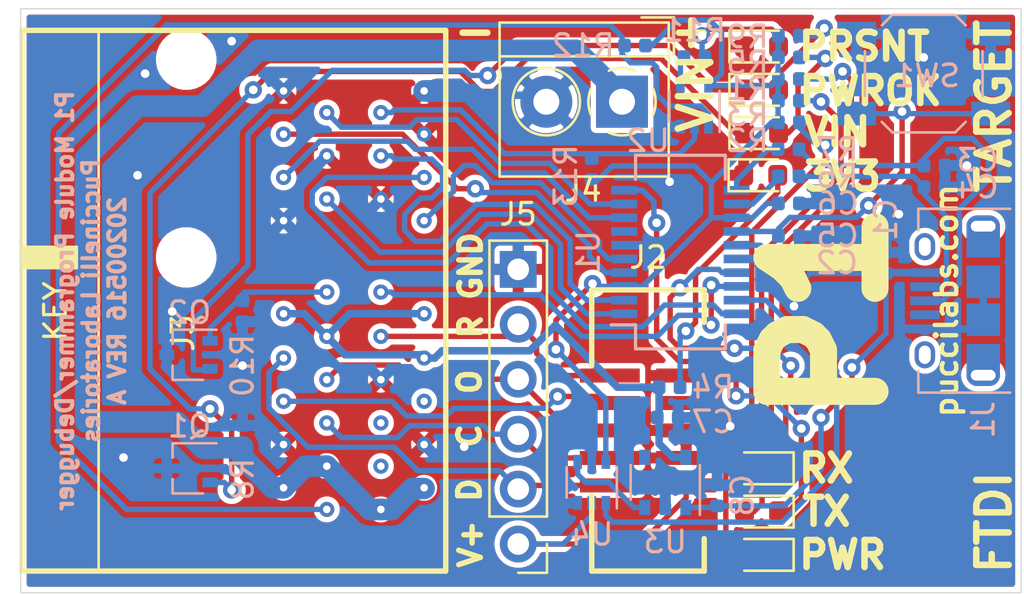
<source format=kicad_pcb>
(kicad_pcb (version 20171130) (host pcbnew "(5.1.5-0-10_14)")
  (layers (0 F.Cu signal) (31 B.Cu signal) (34 B.Paste user hide) (35 F.Paste user hide) (36 B.SilkS user) (37 F.SilkS user) (38 B.Mask user hide) (39 F.Mask user hide) (44 Edge.Cuts user))
  (net 0 "")
  (net 1 GND)
  (net 2 +5V)
  (net 3 "Net-(C3-Pad1)")
  (net 4 "Net-(C4-Pad1)")
  (net 5 "Net-(C5-Pad1)")
  (net 6 +3V3)
  (net 7 VBUS)
  (net 8 "Net-(D1-Pad2)")
  (net 9 /LED_TX)
  (net 10 "Net-(D2-Pad2)")
  (net 11 "Net-(D3-Pad2)")
  (net 12 /LED_RX)
  (net 13 "Net-(D4-Pad2)")
  (net 14 "Net-(D5-Pad2)")
  (net 15 "Net-(D5-Pad1)")
  (net 16 "Net-(D6-Pad2)")
  (net 17 "Net-(D6-Pad1)")
  (net 18 "Net-(D7-Pad2)")
  (net 19 /TRST)
  (net 20 /TDI)
  (net 21 "Net-(J2-Pad7)")
  (net 22 /TDO)
  (net 23 /TCLK)
  (net 24 /TMS)
  (net 25 +BATT)
  (net 26 /PWR_OK)
  (net 27 "Net-(R6-Pad1)")
  (net 28 "Net-(R7-Pad1)")
  (net 29 "Net-(R11-Pad1)")
  (net 30 /hTX)
  (net 31 /hCTS)
  (net 32 /hDCD)
  (net 33 "Net-(U1-Pad7)")
  (net 34 /hRI)
  (net 35 /hRX)
  (net 36 /hRTS)
  (net 37 /hDTR)
  (net 38 /PRSNT2)
  (net 39 /PRSNT1)
  (net 40 "Net-(U3-Pad4)")
  (net 41 "Net-(J3-Padb3)")
  (net 42 "Net-(J3-Padb5)")
  (net 43 "Net-(J3-Padb6)")
  (net 44 "Net-(J1-Pad4)")
  (net 45 /SW_PWR)
  (net 46 /PWR2)
  (net 47 /PWR1)
  (net 48 "Net-(U3-Pad3)")
  (module LED_SMD:LED_0603_1608Metric (layer F.Cu) (at 150.25 88.25)
    (fp_text reference D7 hide)
    (fp_text value TARGET_PRESENT)
    (pad 2 smd roundrect (at 0.7875 0) (size 0.875 0.95) (layers F.Cu F.Paste F.Mask) (net 18 "Net-(D7-Pad2)"))
    (pad 1 smd roundrect (at -0.7875 0) (size 0.875 0.95) (layers F.Cu F.Paste F.Mask) (net 1 GND))
  )
  (module LED_SMD:LED_0603_1608Metric (layer F.Cu) (at 150.25 90.25)
    (fp_text reference D6 hide)
    (fp_text value TARGET_POWEROK)
    (pad 2 smd roundrect (at 0.7875 0) (size 0.875 0.95) (layers F.Cu F.Paste F.Mask) (net 16 "Net-(D6-Pad2)"))
    (pad 1 smd roundrect (at -0.7875 0) (size 0.875 0.95) (layers F.Cu F.Paste F.Mask) (net 17 "Net-(D6-Pad1)"))
  )
  (module LED_SMD:LED_0603_1608Metric (layer F.Cu) (at 150.25 92.25)
    (fp_text reference D5 hide)
    (fp_text value TARGET_VIN)
    (pad 2 smd roundrect (at 0.7875 0) (size 0.875 0.95) (layers F.Cu F.Paste F.Mask) (net 14 "Net-(D5-Pad2)"))
    (pad 1 smd roundrect (at -0.7875 0) (size 0.875 0.95) (layers F.Cu F.Paste F.Mask) (net 15 "Net-(D5-Pad1)"))
  )
  (module LED_SMD:LED_0603_1608Metric (layer F.Cu) (at 150.2125 94.2)
    (fp_text reference D4 hide)
    (fp_text value TARGET_3V3)
    (pad 2 smd roundrect (at 0.7875 0) (size 0.875 0.95) (layers F.Cu F.Paste F.Mask) (net 13 "Net-(D4-Pad2)"))
    (pad 1 smd roundrect (at -0.7875 0) (size 0.875 0.95) (layers F.Cu F.Paste F.Mask) (net 1 GND))
  )
  (module LED_SMD:LED_0603_1608Metric (layer F.Cu) (at 150.25 107.75 180)
    (fp_text reference D3 hide)
    (fp_text value RX)
    (pad 2 smd roundrect (at 0.7875 0 180) (size 0.875 0.95) (layers F.Cu F.Paste F.Mask) (net 11 "Net-(D3-Pad2)"))
    (pad 1 smd roundrect (at -0.7875 0 180) (size 0.875 0.95) (layers F.Cu F.Paste F.Mask) (net 12 /LED_RX))
  )
  (module LED_SMD:LED_0603_1608Metric (layer F.Cu) (at 150.25 111.75 180)
    (fp_text reference D2 hide)
    (fp_text value FTDI_3V3)
    (pad 2 smd roundrect (at 0.7875 0 180) (size 0.875 0.95) (layers F.Cu F.Paste F.Mask) (net 10 "Net-(D2-Pad2)"))
    (pad 1 smd roundrect (at -0.7875 0 180) (size 0.875 0.95) (layers F.Cu F.Paste F.Mask) (net 1 GND))
  )
  (module LED_SMD:LED_0603_1608Metric (layer F.Cu) (at 150.25 109.75 180)
    (fp_text reference D1 hide)
    (fp_text value TX)
    (pad 2 smd roundrect (at 0.7875 0 180) (size 0.875 0.95) (layers F.Cu F.Paste F.Mask) (net 8 "Net-(D1-Pad2)"))
    (pad 1 smd roundrect (at -0.7875 0 180) (size 0.875 0.95) (layers F.Cu F.Paste F.Mask) (net 9 /LED_TX))
  )
  (module Package_TO_SOT_SMD:SOT-323_SC-70 (layer B.Cu) (at 123.75 102.5 180)
    (fp_text reference Q2 (at -0.05 1.95) (layer B.SilkS) (effects (justify mirror)))
    (fp_text value BSS138W)
    (pad 3 smd rect (at 1 0 270) (size 0.45 0.7) (layers B.Cu B.Paste B.Mask) (net 1 GND))
    (pad 2 smd rect (at -1 -0.65 270) (size 0.45 0.7) (layers B.Cu B.Paste B.Mask) (net 17 "Net-(D6-Pad1)"))
    (pad 1 smd rect (at -1 0.65 270) (size 0.45 0.7) (layers B.Cu B.Paste B.Mask) (net 26 /PWR_OK))
  )
  (module Package_TO_SOT_SMD:SOT-323_SC-70 (layer B.Cu) (at 123.75 107.75 180)
    (fp_text reference Q1 (at -0.05 1.95) (layer B.SilkS) (effects (justify mirror)))
    (fp_text value BSS138W)
    (pad 3 smd rect (at 1 0 270) (size 0.45 0.7) (layers B.Cu B.Paste B.Mask) (net 1 GND))
    (pad 2 smd rect (at -1 -0.65 270) (size 0.45 0.7) (layers B.Cu B.Paste B.Mask) (net 15 "Net-(D5-Pad1)"))
    (pad 1 smd rect (at -1 0.65 270) (size 0.45 0.7) (layers B.Cu B.Paste B.Mask) (net 25 +BATT))
  )
  (module Capacitor_SMD:C_0402_1005Metric (layer B.Cu) (at 148.2 109 90)
    (fp_text reference C8 (at 0 1.17 90) (layer B.SilkS) (effects (justify mirror)))
    (fp_text value 1uF)
    (pad 2 smd roundrect (at 0.485 0 90) (size 0.59 0.64) (layers B.Cu B.Paste B.Mask) (net 1 GND))
    (pad 1 smd roundrect (at -0.485 0 90) (size 0.59 0.64) (layers B.Cu B.Paste B.Mask) (net 2 +5V))
  )
  (module Package_TO_SOT_SMD:SOT-353_SC-70-5 (layer B.Cu) (at 142.4 108.4 90)
    (fp_text reference U4 (at -2.4 0 180) (layer B.SilkS) (effects (justify mirror)))
    (fp_text value NL17SZ32)
    (pad 5 smd rect (at 0.95 0.65 90) (size 0.65 0.4) (layers B.Cu B.Paste B.Mask) (net 6 +3V3))
    (pad 4 smd rect (at 0.95 -0.65 90) (size 0.65 0.4) (layers B.Cu B.Paste B.Mask) (net 48 "Net-(U3-Pad3)"))
    (pad 2 smd rect (at -0.95 0 90) (size 0.65 0.4) (layers B.Cu B.Paste B.Mask) (net 46 /PWR2))
    (pad 3 smd rect (at -0.95 -0.65 90) (size 0.65 0.4) (layers B.Cu B.Paste B.Mask) (net 1 GND))
    (pad 1 smd rect (at -0.95 0.65 90) (size 0.65 0.4) (layers B.Cu B.Paste B.Mask) (net 47 /PWR1))
  )
  (module Resistor_SMD:R_0402_1005Metric (layer B.Cu) (at 142.4 93.915 90)
    (fp_text reference R13 (at -0.315 -1.2 90) (layer B.SilkS) (effects (justify mirror)))
    (fp_text value 9K53)
    (pad 2 smd roundrect (at 0.485 0 90) (size 0.59 0.64) (layers B.Cu B.Paste B.Mask) (net 38 /PRSNT2))
    (pad 1 smd roundrect (at -0.485 0 90) (size 0.59 0.64) (layers B.Cu B.Paste B.Mask) (net 6 +3V3))
  )
  (module Resistor_SMD:R_0402_1005Metric (layer B.Cu) (at 144.4 88.2 180)
    (fp_text reference R12 (at 2.4 0) (layer B.SilkS) (effects (justify mirror)))
    (fp_text value 9K53)
    (pad 2 smd roundrect (at 0.485 0 180) (size 0.59 0.64) (layers B.Cu B.Paste B.Mask) (net 39 /PRSNT1))
    (pad 1 smd roundrect (at -0.485 0 180) (size 0.59 0.64) (layers B.Cu B.Paste B.Mask) (net 6 +3V3))
  )
  (module Custom_Footprints:UMAX_3091-10100T_PCIe_x1 (layer F.Cu) (at 123.65 98 270)
    (fp_text reference J3 (at 3.5 0.15 90) (layer F.SilkS))
    (fp_text value "PCIe Connector")
    (fp_text user KEY (at 2.5 6.05 90) (layer F.SilkS))
    (pad "" np_thru_hole circle (at -9.15 0 270) (size 2.3 2.3) (drill 2.3) (layers *.Cu *.Mask))
    (pad "" np_thru_hole circle (at 0 0 270) (size 2.3 2.3) (drill 2.3) (layers *.Cu *.Mask))
    (pad a1 thru_hole circle (at 11.65 -6.5 90) (size 0.7 0.7) (drill 0.35) (layers *.Cu *.Mask) (net 39 /PRSNT1))
    (pad a15 thru_hole circle (at -4.7 -6.5 270) (size 0.7 0.7) (drill 0.35) (layers *.Cu *.Mask) (net 1 GND))
    (pad a13 thru_hole circle (at -2.7 -6.5 270) (size 0.7 0.7) (drill 0.35) (layers *.Cu *.Mask) (net 37 /hDTR))
    (pad a8 thru_hole circle (at 4.65 -4.5 90) (size 0.7 0.7) (drill 0.35) (layers *.Cu *.Mask) (net 24 /TMS))
    (pad a7 thru_hole circle (at 5.65 -6.5 90) (size 0.7 0.7) (drill 0.35) (layers *.Cu *.Mask) (net 22 /TDO))
    (pad a2 thru_hole circle (at 10.65 -4.5 90) (size 0.7 0.7) (drill 0.35) (layers *.Cu *.Mask) (net 25 +BATT))
    (pad a4 thru_hole circle (at 8.65 -4.5 90) (size 0.7 0.7) (drill 0.35) (layers *.Cu *.Mask) (net 1 GND))
    (pad a9 thru_hole circle (at 3.65 -6.5 90) (size 0.7 0.7) (drill 0.35) (layers *.Cu *.Mask) (net 7 VBUS))
    (pad a10 thru_hole circle (at 2.6 -4.5 90) (size 0.7 0.7) (drill 0.35) (layers *.Cu *.Mask) (net 7 VBUS))
    (pad a16 thru_hole circle (at -5.7 -4.5 270) (size 0.7 0.7) (drill 0.35) (layers *.Cu *.Mask) (net 35 /hRX))
    (pad a18 thru_hole circle (at -7.7 -4.5 270) (size 0.7 0.7) (drill 0.35) (layers *.Cu *.Mask) (net 1 GND))
    (pad a14 thru_hole circle (at -3.7 -4.5 270) (size 0.7 0.7) (drill 0.35) (layers *.Cu *.Mask) (net 32 /hDCD))
    (pad a12 thru_hole circle (at -1.7 -4.5 270) (size 0.7 0.7) (drill 0.35) (layers *.Cu *.Mask) (net 1 GND))
    (pad a17 thru_hole circle (at -6.7 -6.5 270) (size 0.7 0.7) (drill 0.35) (layers *.Cu *.Mask) (net 31 /hCTS))
    (pad a3 thru_hole circle (at 9.65 -6.5 90) (size 0.7 0.7) (drill 0.35) (layers *.Cu *.Mask) (net 25 +BATT))
    (pad a5 thru_hole circle (at 7.65 -6.5 90) (size 0.7 0.7) (drill 0.35) (layers *.Cu *.Mask) (net 23 /TCLK))
    (pad a11 thru_hole circle (at 1.6 -6.5 90) (size 0.7 0.7) (drill 0.35) (layers *.Cu *.Mask) (net 26 /PWR_OK))
    (pad a6 thru_hole circle (at 6.65 -4.5 90) (size 0.7 0.7) (drill 0.35) (layers *.Cu *.Mask) (net 20 /TDI))
    (pad b15 thru_hole circle (at -4.7 -9 270) (size 0.7 0.7) (drill 0.35) (layers *.Cu *.Mask) (net 36 /hRTS))
    (pad b17 thru_hole circle (at -6.7 -9 270) (size 0.7 0.7) (drill 0.35) (layers *.Cu *.Mask) (net 38 /PRSNT2))
    (pad b13 thru_hole circle (at -2.7 -9 270) (size 0.7 0.7) (drill 0.35) (layers *.Cu *.Mask) (net 1 GND))
    (pad b16 thru_hole circle (at -5.7 -11 270) (size 0.7 0.7) (drill 0.35) (layers *.Cu *.Mask) (net 1 GND))
    (pad b14 thru_hole circle (at -3.7 -11 270) (size 0.7 0.7) (drill 0.35) (layers *.Cu *.Mask) (net 30 /hTX))
    (pad b18 thru_hole circle (at -7.7 -11 270) (size 0.7 0.7) (drill 0.35) (layers *.Cu *.Mask) (net 1 GND))
    (pad b12 thru_hole circle (at -1.7 -11 270) (size 0.7 0.7) (drill 0.35) (layers *.Cu *.Mask) (net 34 /hRI))
    (pad b1 thru_hole circle (at 11.65 -9 90) (size 0.7 0.7) (drill 0.35) (layers *.Cu *.Mask) (net 25 +BATT))
    (pad b3 thru_hole circle (at 9.65 -9 90) (size 0.7 0.7) (drill 0.35) (layers *.Cu *.Mask) (net 41 "Net-(J3-Padb3)"))
    (pad b5 thru_hole circle (at 7.65 -9 90) (size 0.7 0.7) (drill 0.35) (layers *.Cu *.Mask) (net 42 "Net-(J3-Padb5)"))
    (pad b7 thru_hole circle (at 5.65 -9 90) (size 0.7 0.7) (drill 0.35) (layers *.Cu *.Mask) (net 1 GND))
    (pad b9 thru_hole circle (at 3.65 -9 90) (size 0.7 0.7) (drill 0.35) (layers *.Cu *.Mask) (net 19 /TRST))
    (pad b11 thru_hole circle (at 1.6 -9 90) (size 0.7 0.7) (drill 0.35) (layers *.Cu *.Mask) (net 45 /SW_PWR))
    (pad b2 thru_hole circle (at 10.65 -11 90) (size 0.7 0.7) (drill 0.35) (layers *.Cu *.Mask) (net 25 +BATT))
    (pad b4 thru_hole circle (at 8.65 -11 90) (size 0.7 0.7) (drill 0.35) (layers *.Cu *.Mask) (net 1 GND))
    (pad b6 thru_hole circle (at 6.65 -11 90) (size 0.7 0.7) (drill 0.35) (layers *.Cu *.Mask) (net 43 "Net-(J3-Padb6)"))
    (pad b8 thru_hole circle (at 4.65 -11 90) (size 0.7 0.7) (drill 0.35) (layers *.Cu *.Mask) (net 7 VBUS))
    (pad b10 thru_hole circle (at 2.6 -11 90) (size 0.7 0.7) (drill 0.35) (layers *.Cu *.Mask) (net 7 VBUS))
  )
  (module Connector_PinHeader_2.54mm:PinHeader_1x06_P2.54mm_Vertical (layer F.Cu) (at 139 111.25 180)
    (fp_text reference J5 (at 0 15.25 180) (layer F.SilkS))
    (fp_text value "SWD Header")
    (pad 6 thru_hole rect (at 0 12.7 180) (size 1.7 1.7) (drill 1) (layers *.Cu *.Mask) (net 1 GND))
    (pad 5 thru_hole oval (at 0 10.16 180) (size 1.7 1.7) (drill 1) (layers *.Cu *.Mask) (net 19 /TRST))
    (pad 4 thru_hole oval (at 0 7.62 180) (size 1.7 1.7) (drill 1) (layers *.Cu *.Mask) (net 22 /TDO))
    (pad 3 thru_hole oval (at 0 5.08 180) (size 1.7 1.7) (drill 1) (layers *.Cu *.Mask) (net 23 /TCLK))
    (pad 2 thru_hole oval (at 0 2.54 180) (size 1.7 1.7) (drill 1) (layers *.Cu *.Mask) (net 24 /TMS))
    (pad 1 thru_hole circle (at 0 0 180) (size 1.7 1.7) (drill 1) (layers *.Cu *.Mask) (net 46 /PWR2))
  )
  (module Custom_Footprints:USB_Micro-B_Amphenol_10118194-0001LF (layer B.Cu) (at 160.5 100 270)
    (fp_text reference J1 (at 5.5 0 270) (layer B.SilkS) (effects (justify mirror)))
    (fp_text value USB_B_Micro)
    (pad 6 smd rect (at -0.875 0 270) (size 1.5 1.55) (layers B.Cu B.Paste B.Mask) (net 1 GND))
    (pad 6 smd rect (at 0.875 0 270) (size 1.5 1.55) (layers B.Cu B.Paste B.Mask) (net 1 GND))
    (pad "" thru_hole oval (at -3.445 0 90) (size 1 1.55) (drill oval 0.5 1.15) (layers *.Cu *.Mask B.Paste))
    (pad "" smd rect (at -2.72 0 90) (size 1.45 1.55) (layers B.Cu B.Paste B.Mask))
    (pad "" smd rect (at 2.72 0 270) (size 1.45 1.55) (layers B.Cu B.Paste B.Mask))
    (pad "" thru_hole oval (at 3.445 0 270) (size 1 1.55) (drill oval 0.5 1.15) (layers *.Cu *.Mask B.Paste))
    (pad "" thru_hole oval (at -2.5 2.7 270) (size 1.25 0.95) (drill oval 0.85 0.55) (layers *.Cu *.Mask B.Paste))
    (pad "" thru_hole oval (at 2.5 2.7 270) (size 1.25 0.95) (drill oval 0.85 0.55) (layers *.Cu *.Mask B.Paste))
    (pad 5 smd rect (at 1.3 2.7 270) (size 0.4 1.35) (layers B.Cu B.Paste B.Mask) (net 1 GND))
    (pad 4 smd rect (at 0.65 2.7 270) (size 0.4 1.35) (layers B.Cu B.Paste B.Mask) (net 44 "Net-(J1-Pad4)"))
    (pad 3 smd rect (at 0 2.7 270) (size 0.4 1.35) (layers B.Cu B.Paste B.Mask) (net 3 "Net-(C3-Pad1)"))
    (pad 2 smd rect (at -0.65 2.7 270) (size 0.4 1.35) (layers B.Cu B.Paste B.Mask) (net 4 "Net-(C4-Pad1)"))
    (pad 1 smd rect (at -1.3 2.7 270) (size 0.4 1.35) (layers B.Cu B.Paste B.Mask) (net 2 +5V))
  )
  (module Package_SO:TSOP-5_1.65x3.05mm_P0.95mm (layer B.Cu) (at 145.8 108.4 90)
    (fp_text reference U3 (at -2.75 0 180) (layer B.SilkS) (effects (justify mirror)))
    (fp_text value NCP703xN33T)
    (pad 5 smd rect (at 1.16 0.95 90) (size 0.7 0.51) (layers B.Cu B.Paste B.Mask) (net 7 VBUS))
    (pad 4 smd rect (at 1.16 -0.95 90) (size 0.7 0.51) (layers B.Cu B.Paste B.Mask) (net 40 "Net-(U3-Pad4)"))
    (pad 3 smd rect (at -1.16 -0.95 90) (size 0.7 0.51) (layers B.Cu B.Paste B.Mask) (net 48 "Net-(U3-Pad3)"))
    (pad 2 smd rect (at -1.16 0 90) (size 0.7 0.51) (layers B.Cu B.Paste B.Mask) (net 1 GND))
    (pad 1 smd rect (at -1.16 0.95 90) (size 0.7 0.51) (layers B.Cu B.Paste B.Mask) (net 2 +5V))
  )
  (module Package_TO_SOT_SMD:SOT-353_SC-70-5 (layer B.Cu) (at 147.15 91 90)
    (fp_text reference U2 (at -1.6 -2.15 180) (layer B.SilkS) (effects (justify mirror)))
    (fp_text value NL17SZ00)
    (pad 5 smd rect (at 0.95 0.65 90) (size 0.65 0.4) (layers B.Cu B.Paste B.Mask) (net 6 +3V3))
    (pad 4 smd rect (at 0.95 -0.65 90) (size 0.65 0.4) (layers B.Cu B.Paste B.Mask) (net 29 "Net-(R11-Pad1)"))
    (pad 2 smd rect (at -0.95 0 90) (size 0.65 0.4) (layers B.Cu B.Paste B.Mask) (net 38 /PRSNT2))
    (pad 3 smd rect (at -0.95 -0.65 90) (size 0.65 0.4) (layers B.Cu B.Paste B.Mask) (net 1 GND))
    (pad 1 smd rect (at -0.95 0.65 90) (size 0.65 0.4) (layers B.Cu B.Paste B.Mask) (net 39 /PRSNT1))
  )
  (module Package_SO:SSOP-20_3.9x8.7mm_P0.635mm (layer B.Cu) (at 146.5 97.75)
    (fp_text reference U1 (at -4.25 0 90) (layer B.SilkS) (effects (justify mirror)))
    (fp_text value FT231XS)
    (pad 20 smd rect (at 2.6 2.8575) (size 1.2 0.4) (layers B.Cu B.Paste B.Mask) (net 30 /hTX))
    (pad 19 smd rect (at 2.6 2.2225) (size 1.2 0.4) (layers B.Cu B.Paste B.Mask) (net 47 /PWR1))
    (pad 18 smd rect (at 2.6 1.5875) (size 1.2 0.4) (layers B.Cu B.Paste B.Mask) (net 45 /SW_PWR))
    (pad 17 smd rect (at 2.6 0.9525) (size 1.2 0.4) (layers B.Cu B.Paste B.Mask) (net 12 /LED_RX))
    (pad 16 smd rect (at 2.6 0.3175) (size 1.2 0.4) (layers B.Cu B.Paste B.Mask) (net 1 GND))
    (pad 15 smd rect (at 2.6 -0.3175) (size 1.2 0.4) (layers B.Cu B.Paste B.Mask) (net 2 +5V))
    (pad 14 smd rect (at 2.6 -0.9525) (size 1.2 0.4) (layers B.Cu B.Paste B.Mask) (net 5 "Net-(C5-Pad1)"))
    (pad 13 smd rect (at 2.6 -1.5875) (size 1.2 0.4) (layers B.Cu B.Paste B.Mask) (net 6 +3V3))
    (pad 12 smd rect (at 2.6 -2.2225) (size 1.2 0.4) (layers B.Cu B.Paste B.Mask) (net 27 "Net-(R6-Pad1)"))
    (pad 11 smd rect (at 2.6 -2.8575) (size 1.2 0.4) (layers B.Cu B.Paste B.Mask) (net 28 "Net-(R7-Pad1)"))
    (pad 10 smd rect (at -2.6 -2.8575) (size 1.2 0.4) (layers B.Cu B.Paste B.Mask) (net 9 /LED_TX))
    (pad 9 smd rect (at -2.6 -2.2225) (size 1.2 0.4) (layers B.Cu B.Paste B.Mask) (net 31 /hCTS))
    (pad 8 smd rect (at -2.6 -1.5875) (size 1.2 0.4) (layers B.Cu B.Paste B.Mask) (net 32 /hDCD))
    (pad 7 smd rect (at -2.6 -0.9525) (size 1.2 0.4) (layers B.Cu B.Paste B.Mask) (net 33 "Net-(U1-Pad7)"))
    (pad 6 smd rect (at -2.6 -0.3175) (size 1.2 0.4) (layers B.Cu B.Paste B.Mask) (net 1 GND))
    (pad 5 smd rect (at -2.6 0.3175) (size 1.2 0.4) (layers B.Cu B.Paste B.Mask) (net 34 /hRI))
    (pad 4 smd rect (at -2.6 0.9525) (size 1.2 0.4) (layers B.Cu B.Paste B.Mask) (net 35 /hRX))
    (pad 3 smd rect (at -2.6 1.5875) (size 1.2 0.4) (layers B.Cu B.Paste B.Mask) (net 6 +3V3))
    (pad 2 smd rect (at -2.6 2.2225) (size 1.2 0.4) (layers B.Cu B.Paste B.Mask) (net 36 /hRTS))
    (pad 1 smd rect (at -2.6 2.8575) (size 1.2 0.4) (layers B.Cu B.Paste B.Mask) (net 37 /hDTR))
  )
  (module Button_Switch_SMD:SW_SPST_SKQG_WithStem (layer B.Cu) (at 157.75 89.5 180)
    (fp_text reference SW1 (at -0.15 -0.1) (layer B.SilkS) (effects (justify mirror)))
    (fp_text value SW_RST)
    (pad 2 smd rect (at 3.1 -1.85 180) (size 1.8 1.1) (layers B.Cu B.Paste B.Mask) (net 5 "Net-(C5-Pad1)"))
    (pad 2 smd rect (at -3.1 -1.85 180) (size 1.8 1.1) (layers B.Cu B.Paste B.Mask) (net 5 "Net-(C5-Pad1)"))
    (pad 1 smd rect (at 3.1 1.85 180) (size 1.8 1.1) (layers B.Cu B.Paste B.Mask) (net 1 GND))
    (pad 1 smd rect (at -3.1 1.85 180) (size 1.8 1.1) (layers B.Cu B.Paste B.Mask) (net 1 GND))
  )
  (module Resistor_SMD:R_0402_1005Metric (layer B.Cu) (at 147.15 88.735)
    (fp_text reference R11 (at 0 -1.235) (layer B.SilkS) (effects (justify mirror)))
    (fp_text value 470R)
    (pad 2 smd roundrect (at 0.485 0) (size 0.59 0.64) (layers B.Cu B.Paste B.Mask) (net 18 "Net-(D7-Pad2)"))
    (pad 1 smd roundrect (at -0.485 0) (size 0.59 0.64) (layers B.Cu B.Paste B.Mask) (net 29 "Net-(R11-Pad1)"))
  )
  (module Resistor_SMD:R_0402_1005Metric (layer B.Cu) (at 126.25 100.485 270)
    (fp_text reference R10 (at 2.515 0 90) (layer B.SilkS) (effects (justify mirror)))
    (fp_text value 51K)
    (pad 2 smd roundrect (at 0.485 0 270) (size 0.59 0.64) (layers B.Cu B.Paste B.Mask) (net 1 GND))
    (pad 1 smd roundrect (at -0.485 0 270) (size 0.59 0.64) (layers B.Cu B.Paste B.Mask) (net 26 /PWR_OK))
  )
  (module Resistor_SMD:R_0402_1005Metric (layer B.Cu) (at 151.515 87.75)
    (fp_text reference R9 (at -1.915 0.05) (layer B.SilkS) (effects (justify mirror)))
    (fp_text value 470R)
    (pad 2 smd roundrect (at 0.485 0) (size 0.59 0.64) (layers B.Cu B.Paste B.Mask) (net 16 "Net-(D6-Pad2)"))
    (pad 1 smd roundrect (at -0.485 0) (size 0.59 0.64) (layers B.Cu B.Paste B.Mask) (net 6 +3V3))
  )
  (module Resistor_SMD:R_0402_1005Metric (layer B.Cu) (at 126.25 106.25 90)
    (fp_text reference R8 (at -2 0 270) (layer B.SilkS) (effects (justify mirror)))
    (fp_text value 51K)
    (pad 2 smd roundrect (at 0.485 0 90) (size 0.59 0.64) (layers B.Cu B.Paste B.Mask) (net 1 GND))
    (pad 1 smd roundrect (at -0.485 0 90) (size 0.59 0.64) (layers B.Cu B.Paste B.Mask) (net 25 +BATT))
  )
  (module Resistor_SMD:R_0402_1005Metric (layer B.Cu) (at 151.5 93)
    (fp_text reference R7 (at 2.25 0 180) (layer B.SilkS) (effects (justify mirror)))
    (fp_text value 27R)
    (pad 2 smd roundrect (at 0.485 0) (size 0.59 0.64) (layers B.Cu B.Paste B.Mask) (net 3 "Net-(C3-Pad1)"))
    (pad 1 smd roundrect (at -0.485 0) (size 0.59 0.64) (layers B.Cu B.Paste B.Mask) (net 28 "Net-(R7-Pad1)"))
  )
  (module Resistor_SMD:R_0402_1005Metric (layer B.Cu) (at 151.5 94.25)
    (fp_text reference R6 (at 2.25 0) (layer B.SilkS) (effects (justify mirror)))
    (fp_text value 27R)
    (pad 2 smd roundrect (at 0.485 0) (size 0.59 0.64) (layers B.Cu B.Paste B.Mask) (net 4 "Net-(C4-Pad1)"))
    (pad 1 smd roundrect (at -0.485 0) (size 0.59 0.64) (layers B.Cu B.Paste B.Mask) (net 27 "Net-(R6-Pad1)"))
  )
  (module Resistor_SMD:R_0402_1005Metric (layer B.Cu) (at 151.515 88.75)
    (fp_text reference R5 (at -1.915 0.25) (layer B.SilkS) (effects (justify mirror)))
    (fp_text value 470R)
    (pad 2 smd roundrect (at 0.485 0) (size 0.59 0.64) (layers B.Cu B.Paste B.Mask) (net 14 "Net-(D5-Pad2)"))
    (pad 1 smd roundrect (at -0.485 0) (size 0.59 0.64) (layers B.Cu B.Paste B.Mask) (net 6 +3V3))
  )
  (module Resistor_SMD:R_0402_1005Metric (layer B.Cu) (at 146 104)
    (fp_text reference R4 (at 2 0) (layer B.SilkS) (effects (justify mirror)))
    (fp_text value 470R)
    (pad 2 smd roundrect (at 0.485 0) (size 0.59 0.64) (layers B.Cu B.Paste B.Mask) (net 13 "Net-(D4-Pad2)"))
    (pad 1 smd roundrect (at -0.485 0) (size 0.59 0.64) (layers B.Cu B.Paste B.Mask) (net 7 VBUS))
  )
  (module Resistor_SMD:R_0402_1005Metric (layer B.Cu) (at 151.515 90.75)
    (fp_text reference R3 (at -1.915 0.65) (layer B.SilkS) (effects (justify mirror)))
    (fp_text value 470R)
    (pad 2 smd roundrect (at 0.485 0) (size 0.59 0.64) (layers B.Cu B.Paste B.Mask) (net 11 "Net-(D3-Pad2)"))
    (pad 1 smd roundrect (at -0.485 0) (size 0.59 0.64) (layers B.Cu B.Paste B.Mask) (net 6 +3V3))
  )
  (module Resistor_SMD:R_0402_1005Metric (layer B.Cu) (at 151.515 91.75)
    (fp_text reference R2 (at -1.915 0.85) (layer B.SilkS) (effects (justify mirror)))
    (fp_text value 470R)
    (pad 2 smd roundrect (at 0.485 0) (size 0.59 0.64) (layers B.Cu B.Paste B.Mask) (net 10 "Net-(D2-Pad2)"))
    (pad 1 smd roundrect (at -0.485 0) (size 0.59 0.64) (layers B.Cu B.Paste B.Mask) (net 6 +3V3))
  )
  (module Resistor_SMD:R_0402_1005Metric (layer B.Cu) (at 151.515 89.75)
    (fp_text reference R1 (at -1.915 0.45) (layer B.SilkS) (effects (justify mirror)))
    (fp_text value 470R)
    (pad 2 smd roundrect (at 0.485 0) (size 0.59 0.64) (layers B.Cu B.Paste B.Mask) (net 8 "Net-(D1-Pad2)"))
    (pad 1 smd roundrect (at -0.485 0) (size 0.59 0.64) (layers B.Cu B.Paste B.Mask) (net 6 +3V3))
  )
  (module TerminalBlock_4Ucon:TerminalBlock_4Ucon_1x02_P3.50mm_Horizontal (layer F.Cu) (at 143.8 90.8 180)
    (fp_text reference J4 (at 1.8 -4.1 180) (layer F.SilkS))
    (fp_text value Screw_VIn)
    (pad 2 thru_hole circle (at 3.5 0 180) (size 2.4 2.4) (drill 1.2) (layers *.Cu *.Mask) (net 1 GND))
    (pad 1 thru_hole rect (at 0 0 180) (size 2.4 2.4) (drill 1.2) (layers *.Cu *.Mask) (net 25 +BATT))
  )
  (module Custom_Footprints:Shroud_2x05_P1.27mm_Verticle (layer F.Cu) (at 145 106 180)
    (fp_text reference J2 (at 0 8) (layer F.SilkS))
    (fp_text value "JTAG Connector")
    (pad 10 smd rect (at 1.765 2.54 180) (size 2.77 0.65) (layers F.Cu F.Paste F.Mask) (net 19 /TRST))
    (pad 9 smd rect (at -1.765 2.54 180) (size 2.77 0.65) (layers F.Cu F.Paste F.Mask) (net 1 GND))
    (pad 8 smd rect (at 1.765 1.27 180) (size 2.77 0.65) (layers F.Cu F.Paste F.Mask) (net 20 /TDI))
    (pad 7 smd rect (at -1.765 1.27 180) (size 2.77 0.65) (layers F.Cu F.Paste F.Mask) (net 21 "Net-(J2-Pad7)"))
    (pad 6 smd rect (at 1.765 0 180) (size 2.77 0.65) (layers F.Cu F.Paste F.Mask) (net 22 /TDO))
    (pad 5 smd rect (at -1.765 0 180) (size 2.77 0.65) (layers F.Cu F.Paste F.Mask) (net 1 GND))
    (pad 4 smd rect (at 1.765 -1.27 180) (size 2.77 0.65) (layers F.Cu F.Paste F.Mask) (net 23 /TCLK))
    (pad 3 smd rect (at -1.765 -1.27 180) (size 2.77 0.65) (layers F.Cu F.Paste F.Mask) (net 1 GND))
    (pad 2 smd rect (at 1.765 -2.54 180) (size 2.77 0.65) (layers F.Cu F.Paste F.Mask) (net 24 /TMS))
    (pad 1 smd rect (at -1.765 -2.54 180) (size 2.77 0.65) (layers F.Cu F.Paste F.Mask) (net 46 /PWR2))
  )
  (module Capacitor_SMD:C_0402_1005Metric (layer B.Cu) (at 145.915 105.4)
    (fp_text reference C7 (at 2.085 0.2) (layer B.SilkS) (effects (justify mirror)))
    (fp_text value 1uF)
    (pad 2 smd roundrect (at 0.485 0) (size 0.59 0.64) (layers B.Cu B.Paste B.Mask) (net 1 GND))
    (pad 1 smd roundrect (at -0.485 0) (size 0.59 0.64) (layers B.Cu B.Paste B.Mask) (net 7 VBUS))
  )
  (module Capacitor_SMD:C_0402_1005Metric (layer B.Cu) (at 151.515 95.5 180)
    (fp_text reference C6 (at -2.265 0 180) (layer B.SilkS) (effects (justify mirror)))
    (fp_text value 100nF)
    (pad 2 smd roundrect (at 0.485 0 180) (size 0.59 0.64) (layers B.Cu B.Paste B.Mask) (net 6 +3V3))
    (pad 1 smd roundrect (at -0.485 0 180) (size 0.59 0.64) (layers B.Cu B.Paste B.Mask) (net 1 GND))
  )
  (module Capacitor_SMD:C_0402_1005Metric (layer B.Cu) (at 151.515 97)
    (fp_text reference C5 (at 2.25 0 180) (layer B.SilkS) (effects (justify mirror)))
    (fp_text value 100nF)
    (pad 2 smd roundrect (at 0.485 0) (size 0.59 0.64) (layers B.Cu B.Paste B.Mask) (net 1 GND))
    (pad 1 smd roundrect (at -0.485 0) (size 0.59 0.64) (layers B.Cu B.Paste B.Mask) (net 5 "Net-(C5-Pad1)"))
  )
  (module Capacitor_SMD:C_0402_1005Metric (layer B.Cu) (at 158.25 94.75)
    (fp_text reference C4 (at 1.985 0) (layer B.SilkS) (effects (justify mirror)))
    (fp_text value 47pF)
    (pad 2 smd roundrect (at 0.485 0) (size 0.59 0.64) (layers B.Cu B.Paste B.Mask) (net 1 GND))
    (pad 1 smd roundrect (at -0.485 0) (size 0.59 0.64) (layers B.Cu B.Paste B.Mask) (net 4 "Net-(C4-Pad1)"))
  )
  (module Capacitor_SMD:C_0402_1005Metric (layer B.Cu) (at 158.25 93.75)
    (fp_text reference C3 (at 2 -0.25) (layer B.SilkS) (effects (justify mirror)))
    (fp_text value 47pF)
    (pad 2 smd roundrect (at 0.485 0) (size 0.59 0.64) (layers B.Cu B.Paste B.Mask) (net 1 GND))
    (pad 1 smd roundrect (at -0.485 0) (size 0.59 0.64) (layers B.Cu B.Paste B.Mask) (net 3 "Net-(C3-Pad1)"))
  )
  (module Capacitor_SMD:C_0402_1005Metric (layer B.Cu) (at 151.5 98.25)
    (fp_text reference C2 (at 2.235 0) (layer B.SilkS) (effects (justify mirror)))
    (fp_text value 100nF)
    (pad 2 smd roundrect (at 0.485 0) (size 0.59 0.64) (layers B.Cu B.Paste B.Mask) (net 1 GND))
    (pad 1 smd roundrect (at -0.485 0) (size 0.59 0.64) (layers B.Cu B.Paste B.Mask) (net 2 +5V))
  )
  (module Capacitor_SMD:C_0402_1005Metric (layer B.Cu) (at 156 98.25 90)
    (fp_text reference C1 (at 2 0 270) (layer B.SilkS) (effects (justify mirror)))
    (fp_text value 4.7uF)
    (pad 2 smd roundrect (at 0.485 0 90) (size 0.59 0.64) (layers B.Cu B.Paste B.Mask) (net 1 GND))
    (pad 1 smd roundrect (at -0.485 0 90) (size 0.59 0.64) (layers B.Cu B.Paste B.Mask) (net 2 +5V))
  )
  (gr_text GND (at 136.8 98.4 90) (layer F.SilkS) (effects (font (size 1 1) (thickness 0.25))))
  (gr_text V+ (at 136.8 111.25 90) (layer F.SilkS) (effects (font (size 1 1) (thickness 0.25))))
  (gr_text R (at 136.8 101.2 90) (layer F.SilkS) (effects (font (size 1 1) (thickness 0.25))))
  (gr_text D (at 136.75 108.75 90) (layer F.SilkS) (effects (font (size 1 1) (thickness 0.25))))
  (gr_text C (at 136.75 106.25 90) (layer F.SilkS) (effects (font (size 1 1) (thickness 0.25))))
  (gr_text "O\n" (at 136.75 103.75 90) (layer F.SilkS) (effects (font (size 1 1) (thickness 0.25))))
  (gr_text puccilabs.com (at 158.8 100 90) (layer F.SilkS) (effects (font (size 1 1) (thickness 0.2))))
  (gr_text "P1 Module Programmer/Debugger\nPuccinelli Laboratories\n20200516 REV A" (at 119.25 100 90) (layer B.SilkS) (effects (font (size 0.75 0.75) (thickness 0.1875)) (justify mirror)))
  (gr_text P1 (at 153.25 100.5 90) (layer F.SilkS) (effects (font (size 5 5) (thickness 1.25))))
  (gr_text TARGET (at 161 91 90) (layer F.SilkS) (effects (font (size 1.5 1.5) (thickness 0.3))))
  (gr_text 3V3 (at 154 94.25) (layer F.SilkS) (effects (font (size 1.25 1.25) (thickness 0.3))))
  (gr_text VIN (at 153.75 92.2) (layer F.SilkS) (effects (font (size 1.25 1.25) (thickness 0.3))))
  (gr_text VIN (at 147.2 90.4 90) (layer F.SilkS) (effects (font (size 1.5 1.5) (thickness 0.3))))
  (gr_text - (at 137 87.5) (layer F.SilkS) (effects (font (size 1.5 1.5) (thickness 0.3))))
  (gr_text + (at 147 87.5) (layer F.SilkS) (effects (font (size 1.5 1.5) (thickness 0.3))))
  (gr_text FTDI (at 161 110.25 90) (layer F.SilkS) (effects (font (size 1.5 1.5) (thickness 0.3))))
  (gr_text PWR (at 154 111.75) (layer F.SilkS) (effects (font (size 1.25 1.25) (thickness 0.3))))
  (gr_text RX (at 153.25 107.75) (layer F.SilkS) (effects (font (size 1.25 1.25) (thickness 0.3))))
  (gr_text TX (at 153.25 109.75) (layer F.SilkS) (effects (font (size 1.25 1.25) (thickness 0.3))))
  (gr_text PWROK (at 155.3 90.3) (layer F.SilkS) (effects (font (size 1.25 1.25) (thickness 0.3))))
  (gr_text PRSNT (at 155 88.25) (layer F.SilkS) (effects (font (size 1.25 1.25) (thickness 0.3))))
  (gr_line (start 116 113.5) (end 116 86.5) (layer Edge.Cuts) (width 0.05))
  (gr_line (start 162.25 113.5) (end 116 113.5) (layer Edge.Cuts) (width 0.05))
  (gr_line (start 162.25 86.5) (end 162.25 113.5) (layer Edge.Cuts) (width 0.05))
  (gr_line (start 116 86.5) (end 162.25 86.5) (layer Edge.Cuts) (width 0.05))
  (via (at 120.75 107.25) (size 0.8) (drill 0.4) (layers F.Cu B.Cu) (net 1))
  (via (at 123 100.5) (size 0.8) (drill 0.4) (layers F.Cu B.Cu) (net 1))
  (via (at 126.25 103) (size 0.8) (drill 0.4) (layers F.Cu B.Cu) (net 1))
  (via (at 136.5 106.75) (size 0.8) (drill 0.4) (layers F.Cu B.Cu) (net 1))
  (via (at 157.75 88.75) (size 0.8) (drill 0.4) (layers F.Cu B.Cu) (net 1))
  (via (at 146 94.5) (size 0.8) (drill 0.4) (layers F.Cu B.Cu) (net 1))
  (via (at 151.75 100.25) (size 0.8) (drill 0.4) (layers F.Cu B.Cu) (net 1))
  (via (at 159.75 93.75) (size 0.8) (drill 0.4) (layers F.Cu B.Cu) (net 1))
  (via (at 121.4 94.2) (size 0.8) (drill 0.4) (layers F.Cu B.Cu) (net 1))
  (via (at 121.75 89.5) (size 0.8) (drill 0.4) (layers F.Cu B.Cu) (net 1))
  (via (at 125.75 88) (size 0.8) (drill 0.4) (layers F.Cu B.Cu) (net 1))
  (segment (start 138.7 90.5) (end 140.25 90.5) (width 0.35) (layer B.Cu) (net 1))
  (segment (start 138.550001 90.649999) (end 135.899999 90.649999) (width 0.35) (layer B.Cu) (net 1))
  (segment (start 138.7 90.5) (end 138.550001 90.649999) (width 0.35) (layer B.Cu) (net 1))
  (segment (start 135.194974 90.25) (end 135.5 90.25) (width 1) (layer B.Cu) (net 1))
  (segment (start 135.144974 90.3) (end 135.194974 90.25) (width 1) (layer B.Cu) (net 1))
  (segment (start 134.65 90.3) (end 135.144974 90.3) (width 1) (layer B.Cu) (net 1))
  (segment (start 135.899999 90.649999) (end 135.5 90.25) (width 0.35) (layer B.Cu) (net 1))
  (via (at 148.8 105.8) (size 0.8) (drill 0.4) (layers F.Cu B.Cu) (net 1))
  (segment (start 160.5 100.875) (end 160.5 99.125) (width 0.35) (layer B.Cu) (net 1))
  (segment (start 160.075 101.3) (end 160.5 100.875) (width 0.35) (layer B.Cu) (net 1))
  (segment (start 157.8 101.3) (end 160.075 101.3) (width 0.35) (layer B.Cu) (net 1))
  (via (at 156.6 96) (size 0.8) (drill 0.4) (layers F.Cu B.Cu) (net 1))
  (segment (start 152.328222 98.89501) (end 151.34001 98.89501) (width 0.25) (layer B.Cu) (net 2))
  (segment (start 151.015 98.57) (end 151.015 98.25) (width 0.25) (layer B.Cu) (net 2))
  (segment (start 151.34001 98.89501) (end 151.015 98.57) (width 0.25) (layer B.Cu) (net 2))
  (segment (start 152.488232 98.735) (end 152.328222 98.89501) (width 0.25) (layer B.Cu) (net 2))
  (segment (start 156 98.735) (end 152.488232 98.735) (width 0.25) (layer B.Cu) (net 2))
  (segment (start 150.1975 97.4325) (end 149.1 97.4325) (width 0.25) (layer B.Cu) (net 2))
  (segment (start 151.015 98.25) (end 150.1975 97.4325) (width 0.25) (layer B.Cu) (net 2))
  (segment (start 156.035 98.7) (end 156 98.735) (width 0.35) (layer B.Cu) (net 2))
  (segment (start 157.8 98.7) (end 156.035 98.7) (width 0.35) (layer B.Cu) (net 2))
  (segment (start 156 98.735) (end 155.765 98.735) (width 0.35) (layer B.Cu) (net 2))
  (segment (start 148.125 109.56) (end 148.2 109.485) (width 0.25) (layer B.Cu) (net 2))
  (segment (start 146.75 109.56) (end 148.125 109.56) (width 0.25) (layer B.Cu) (net 2))
  (segment (start 154.830325 102.684196) (end 154.430326 103.084195) (width 0.25) (layer B.Cu) (net 2))
  (segment (start 156 101.514521) (end 154.830325 102.684196) (width 0.25) (layer B.Cu) (net 2))
  (segment (start 156 98.735) (end 156 101.514521) (width 0.25) (layer B.Cu) (net 2))
  (via (at 154.430326 103.084195) (size 0.8) (drill 0.4) (layers F.Cu B.Cu) (net 2))
  (segment (start 151.315 109.485) (end 153 107.8) (width 0.25) (layer B.Cu) (net 2))
  (via (at 153 105.4) (size 0.8) (drill 0.4) (layers F.Cu B.Cu) (net 2))
  (segment (start 154.430326 103.084195) (end 154.430326 103.969674) (width 0.25) (layer F.Cu) (net 2))
  (segment (start 153 107.8) (end 153 105.965685) (width 0.25) (layer B.Cu) (net 2))
  (segment (start 153 105.965685) (end 153 105.4) (width 0.25) (layer B.Cu) (net 2))
  (segment (start 148.2 109.485) (end 151.315 109.485) (width 0.25) (layer B.Cu) (net 2))
  (segment (start 154.430326 103.969674) (end 153 105.4) (width 0.25) (layer F.Cu) (net 2))
  (segment (start 157.765 93.43) (end 157.765 93.75) (width 0.25) (layer B.Cu) (net 3))
  (segment (start 158.695 92.5) (end 157.765 93.43) (width 0.25) (layer B.Cu) (net 3))
  (segment (start 160.75 94.39999) (end 160.75 93.25) (width 0.25) (layer B.Cu) (net 3))
  (segment (start 159.39999 95.75) (end 160.75 94.39999) (width 0.25) (layer B.Cu) (net 3))
  (segment (start 159.39999 96.89673) (end 159.39999 95.75) (width 0.25) (layer B.Cu) (net 3))
  (segment (start 159.399999 96.896739) (end 159.39999 96.89673) (width 0.25) (layer B.Cu) (net 3))
  (segment (start 160.75 93.25) (end 160 92.5) (width 0.25) (layer B.Cu) (net 3))
  (segment (start 159.399999 99.210003) (end 159.399999 96.896739) (width 0.25) (layer B.Cu) (net 3))
  (segment (start 160 92.5) (end 158.695 92.5) (width 0.25) (layer B.Cu) (net 3))
  (segment (start 158.610002 100) (end 159.399999 99.210003) (width 0.25) (layer B.Cu) (net 3))
  (segment (start 157.8 100) (end 158.610002 100) (width 0.25) (layer B.Cu) (net 3))
  (segment (start 152.735 93.75) (end 151.985 93) (width 0.25) (layer B.Cu) (net 3))
  (segment (start 157.765 93.75) (end 152.735 93.75) (width 0.25) (layer B.Cu) (net 3))
  (segment (start 157.765 95.07) (end 157.765 94.75) (width 0.25) (layer B.Cu) (net 4))
  (segment (start 158.800001 96.105001) (end 157.765 95.07) (width 0.25) (layer B.Cu) (net 4))
  (segment (start 158.610002 99.35) (end 158.800001 99.160001) (width 0.25) (layer B.Cu) (net 4))
  (segment (start 158.800001 99.160001) (end 158.800001 96.105001) (width 0.25) (layer B.Cu) (net 4))
  (segment (start 157.8 99.35) (end 158.610002 99.35) (width 0.25) (layer B.Cu) (net 4))
  (segment (start 152 94.25) (end 151.985 94.25) (width 0.25) (layer B.Cu) (net 4))
  (segment (start 157.265 94.25) (end 152 94.25) (width 0.25) (layer B.Cu) (net 4))
  (segment (start 157.765 94.75) (end 157.265 94.25) (width 0.25) (layer B.Cu) (net 4))
  (segment (start 150.8275 96.7975) (end 151.03 97) (width 0.25) (layer B.Cu) (net 5))
  (segment (start 149.1 96.7975) (end 150.8275 96.7975) (width 0.25) (layer B.Cu) (net 5))
  (via (at 156.750008 91.25) (size 0.8) (drill 0.4) (layers F.Cu B.Cu) (net 5))
  (segment (start 160.85 91.35) (end 156.850008 91.35) (width 0.25) (layer B.Cu) (net 5))
  (segment (start 156.850008 91.35) (end 156.750008 91.25) (width 0.25) (layer B.Cu) (net 5))
  (segment (start 154.65 91.35) (end 156.650008 91.35) (width 0.25) (layer B.Cu) (net 5))
  (segment (start 156.650008 91.35) (end 156.750008 91.25) (width 0.25) (layer B.Cu) (net 5))
  (segment (start 154.800001 95.999999) (end 155.2 95.6) (width 0.25) (layer B.Cu) (net 5))
  (segment (start 151.560001 96.149999) (end 154.650001 96.149999) (width 0.25) (layer B.Cu) (net 5))
  (segment (start 156.750008 94.049992) (end 155.2 95.6) (width 0.25) (layer F.Cu) (net 5))
  (via (at 155.2 95.6) (size 0.8) (drill 0.4) (layers F.Cu B.Cu) (net 5))
  (segment (start 151.03 97) (end 151.03 96.68) (width 0.25) (layer B.Cu) (net 5))
  (segment (start 151.03 96.68) (end 151.560001 96.149999) (width 0.25) (layer B.Cu) (net 5))
  (segment (start 154.650001 96.149999) (end 154.800001 95.999999) (width 0.25) (layer B.Cu) (net 5))
  (segment (start 156.750008 91.25) (end 156.750008 94.049992) (width 0.25) (layer F.Cu) (net 5))
  (segment (start 150.5 95.5) (end 151.03 95.5) (width 0.25) (layer B.Cu) (net 6))
  (segment (start 149.8375 96.1625) (end 150.5 95.5) (width 0.25) (layer B.Cu) (net 6))
  (segment (start 149.1 96.1625) (end 149.8375 96.1625) (width 0.25) (layer B.Cu) (net 6))
  (segment (start 148.25 96.1625) (end 149.1 96.1625) (width 0.25) (layer B.Cu) (net 6))
  (segment (start 147.925 96.1625) (end 148.25 96.1625) (width 0.25) (layer B.Cu) (net 6))
  (segment (start 144.75 99.3375) (end 147.925 96.1625) (width 0.25) (layer B.Cu) (net 6))
  (segment (start 143.9 99.3375) (end 144.75 99.3375) (width 0.25) (layer B.Cu) (net 6))
  (segment (start 147.925 94.545) (end 147.925 96.1625) (width 0.25) (layer B.Cu) (net 6))
  (segment (start 150.72 91.75) (end 147.925 94.545) (width 0.25) (layer B.Cu) (net 6))
  (segment (start 151.015 91.75) (end 150.72 91.75) (width 0.25) (layer B.Cu) (net 6))
  (segment (start 151.015 91.75) (end 151.015 88.75) (width 0.25) (layer B.Cu) (net 6))
  (segment (start 151.015 88.75) (end 151.015 87.75) (width 0.25) (layer B.Cu) (net 6))
  (segment (start 150.965 88.8) (end 151.015 88.75) (width 0.25) (layer B.Cu) (net 6))
  (segment (start 147.15 93.77) (end 147.925 94.545) (width 0.25) (layer B.Cu) (net 6))
  (segment (start 143.9 99.3375) (end 144.839104 99.3375) (width 0.25) (layer B.Cu) (net 6))
  (segment (start 141.143811 102.656196) (end 140.743812 102.256197) (width 0.25) (layer B.Cu) (net 6))
  (segment (start 143.05 104.562385) (end 141.143811 102.656196) (width 0.25) (layer B.Cu) (net 6))
  (via (at 140.743812 102.256197) (size 0.8) (drill 0.4) (layers F.Cu B.Cu) (net 6))
  (segment (start 143.05 107.45) (end 143.05 104.562385) (width 0.25) (layer B.Cu) (net 6))
  (segment (start 140.743812 100.903688) (end 142.436403 99.211097) (width 0.25) (layer F.Cu) (net 6))
  (via (at 142.436403 99.211097) (size 0.8) (drill 0.4) (layers F.Cu B.Cu) (net 6))
  (segment (start 140.743812 102.256197) (end 140.743812 100.903688) (width 0.25) (layer F.Cu) (net 6))
  (segment (start 142.562806 99.3375) (end 143.9 99.3375) (width 0.25) (layer B.Cu) (net 6))
  (segment (start 142.436403 99.211097) (end 142.562806 99.3375) (width 0.25) (layer B.Cu) (net 6))
  (segment (start 143.35 93.77) (end 147.15 93.77) (width 0.25) (layer B.Cu) (net 6))
  (segment (start 142.72 94.4) (end 143.35 93.77) (width 0.25) (layer B.Cu) (net 6))
  (segment (start 142.4 94.4) (end 142.72 94.4) (width 0.25) (layer B.Cu) (net 6))
  (segment (start 150.715 90.05) (end 151.015 89.75) (width 0.25) (layer B.Cu) (net 6))
  (segment (start 147.85 90.05) (end 150.715 90.05) (width 0.25) (layer B.Cu) (net 6))
  (segment (start 148.4 89.5) (end 147.85 90.05) (width 0.25) (layer B.Cu) (net 6))
  (segment (start 148.4 87.576998) (end 148.4 89.5) (width 0.25) (layer B.Cu) (net 6))
  (segment (start 146.355001 87.024999) (end 147.848001 87.024999) (width 0.25) (layer B.Cu) (net 6))
  (segment (start 147.848001 87.024999) (end 148.4 87.576998) (width 0.25) (layer B.Cu) (net 6))
  (segment (start 145.18 88.2) (end 146.355001 87.024999) (width 0.25) (layer B.Cu) (net 6))
  (segment (start 144.885 88.2) (end 145.18 88.2) (width 0.25) (layer B.Cu) (net 6))
  (segment (start 129.1 100.6) (end 130.15 101.65) (width 0.35) (layer B.Cu) (net 7))
  (segment (start 128.15 100.6) (end 129.1 100.6) (width 0.35) (layer B.Cu) (net 7))
  (segment (start 131.2 100.6) (end 134.65 100.6) (width 0.35) (layer B.Cu) (net 7))
  (segment (start 130.15 101.65) (end 131.2 100.6) (width 0.35) (layer B.Cu) (net 7))
  (segment (start 131 102.5) (end 134.5 102.5) (width 0.35) (layer B.Cu) (net 7))
  (segment (start 134.5 102.5) (end 134.65 102.65) (width 0.35) (layer B.Cu) (net 7))
  (segment (start 130.15 101.65) (end 131 102.5) (width 0.35) (layer B.Cu) (net 7))
  (segment (start 145.515 106.61) (end 146.145 107.24) (width 0.35) (layer B.Cu) (net 7))
  (segment (start 146.145 107.24) (end 146.75 107.24) (width 0.35) (layer B.Cu) (net 7))
  (segment (start 145.515 104) (end 145.515 106.61) (width 0.35) (layer B.Cu) (net 7))
  (segment (start 135.479973 102.315001) (end 139.537995 102.315001) (width 0.35) (layer B.Cu) (net 7))
  (segment (start 135.144974 102.65) (end 135.479973 102.315001) (width 0.35) (layer B.Cu) (net 7))
  (segment (start 139.537995 102.315001) (end 140.718321 101.134676) (width 0.35) (layer B.Cu) (net 7))
  (segment (start 140.718321 101.134676) (end 143.583645 104) (width 0.35) (layer B.Cu) (net 7))
  (segment (start 143.583645 104) (end 145.515 104) (width 0.35) (layer B.Cu) (net 7))
  (segment (start 134.65 102.65) (end 135.144974 102.65) (width 0.35) (layer B.Cu) (net 7))
  (via (at 154 89.4) (size 0.8) (drill 0.4) (layers F.Cu B.Cu) (net 8))
  (segment (start 152 89.75) (end 153.65 89.75) (width 0.25) (layer B.Cu) (net 8))
  (segment (start 153.65 89.75) (end 154 89.4) (width 0.25) (layer B.Cu) (net 8))
  (segment (start 150.27499 106.816348) (end 150.700022 106.391316) (width 0.25) (layer F.Cu) (net 8))
  (segment (start 150.27499 109.37501) (end 150.27499 106.816348) (width 0.25) (layer F.Cu) (net 8))
  (segment (start 150.700022 106.391316) (end 150.700022 98.049978) (width 0.25) (layer F.Cu) (net 8))
  (segment (start 154.399999 89.799999) (end 154 89.4) (width 0.25) (layer F.Cu) (net 8))
  (segment (start 149.9 109.75) (end 150.27499 109.37501) (width 0.25) (layer F.Cu) (net 8))
  (segment (start 150.700022 98.049978) (end 154.399999 94.350001) (width 0.25) (layer F.Cu) (net 8))
  (segment (start 154.399999 94.350001) (end 154.399999 89.799999) (width 0.25) (layer F.Cu) (net 8))
  (segment (start 149.4625 109.75) (end 149.9 109.75) (width 0.25) (layer F.Cu) (net 8))
  (via (at 149.075 104.4) (size 0.8) (drill 0.4) (layers F.Cu B.Cu) (net 9))
  (segment (start 145.4 101.759412) (end 145.4 96.965685) (width 0.25) (layer F.Cu) (net 9))
  (segment (start 145.274999 95.417499) (end 145.274999 96.274999) (width 0.25) (layer B.Cu) (net 9))
  (segment (start 149.075 103.474998) (end 148.410001 102.809999) (width 0.25) (layer F.Cu) (net 9))
  (via (at 145.4 96.4) (size 0.8) (drill 0.4) (layers F.Cu B.Cu) (net 9))
  (segment (start 144.75 94.8925) (end 145.274999 95.417499) (width 0.25) (layer B.Cu) (net 9))
  (segment (start 143.9 94.8925) (end 144.75 94.8925) (width 0.25) (layer B.Cu) (net 9))
  (segment (start 146.450587 102.809999) (end 145.4 101.759412) (width 0.25) (layer F.Cu) (net 9))
  (segment (start 145.274999 96.274999) (end 145.4 96.4) (width 0.25) (layer B.Cu) (net 9))
  (segment (start 149.075 104.4) (end 149.075 103.474998) (width 0.25) (layer F.Cu) (net 9))
  (segment (start 148.410001 102.809999) (end 146.450587 102.809999) (width 0.25) (layer F.Cu) (net 9))
  (segment (start 145.4 96.965685) (end 145.4 96.4) (width 0.25) (layer F.Cu) (net 9))
  (via (at 152.092885 105.907115) (size 0.8) (drill 0.4) (layers F.Cu B.Cu) (net 9))
  (segment (start 150.58577 104.4) (end 152.092885 105.907115) (width 0.25) (layer B.Cu) (net 9))
  (segment (start 149.075 104.4) (end 150.58577 104.4) (width 0.25) (layer B.Cu) (net 9))
  (segment (start 151.0375 109.75) (end 151.475 109.75) (width 0.25) (layer F.Cu) (net 9))
  (segment (start 151.475 109.75) (end 152.092885 109.132115) (width 0.25) (layer F.Cu) (net 9))
  (segment (start 152.092885 106.4728) (end 152.092885 105.907115) (width 0.25) (layer F.Cu) (net 9))
  (segment (start 152.092885 109.132115) (end 152.092885 106.4728) (width 0.25) (layer F.Cu) (net 9))
  (via (at 153.2 92.8) (size 0.8) (drill 0.4) (layers F.Cu B.Cu) (net 10))
  (segment (start 152 91.99189) (end 152.80811 92.8) (width 0.25) (layer B.Cu) (net 10))
  (segment (start 152.80811 92.8) (end 153.2 92.8) (width 0.25) (layer B.Cu) (net 10))
  (segment (start 152 91.75) (end 152 91.99189) (width 0.25) (layer B.Cu) (net 10))
  (segment (start 148.6 107.218516) (end 149.8 106.018516) (width 0.25) (layer F.Cu) (net 10))
  (segment (start 149.025 111.75) (end 148.6 111.325) (width 0.25) (layer F.Cu) (net 10))
  (segment (start 153.2 93.43641) (end 153.2 93.365685) (width 0.25) (layer F.Cu) (net 10))
  (segment (start 149.8 96.83641) (end 153.2 93.43641) (width 0.25) (layer F.Cu) (net 10))
  (segment (start 149.4625 111.75) (end 149.025 111.75) (width 0.25) (layer F.Cu) (net 10))
  (segment (start 148.6 111.325) (end 148.6 107.218516) (width 0.25) (layer F.Cu) (net 10))
  (segment (start 149.8 106.018516) (end 149.8 96.83641) (width 0.25) (layer F.Cu) (net 10))
  (segment (start 153.2 93.365685) (end 153.2 92.8) (width 0.25) (layer F.Cu) (net 10))
  (via (at 153 90.8) (size 0.8) (drill 0.4) (layers F.Cu B.Cu) (net 11))
  (segment (start 152 90.75) (end 152.95 90.75) (width 0.25) (layer B.Cu) (net 11))
  (segment (start 152.95 90.75) (end 153 90.8) (width 0.25) (layer B.Cu) (net 11))
  (segment (start 149.4625 106.992427) (end 150.250011 106.204916) (width 0.25) (layer F.Cu) (net 11))
  (segment (start 150.250011 106.204916) (end 150.250011 97.863579) (width 0.25) (layer F.Cu) (net 11))
  (segment (start 150.250011 97.863579) (end 153.925002 94.188588) (width 0.25) (layer F.Cu) (net 11))
  (segment (start 149.4625 107.75) (end 149.4625 106.992427) (width 0.25) (layer F.Cu) (net 11))
  (segment (start 153.925002 94.188588) (end 153.925002 91.725002) (width 0.25) (layer F.Cu) (net 11))
  (segment (start 153.925002 91.725002) (end 153.399999 91.199999) (width 0.25) (layer F.Cu) (net 11))
  (segment (start 153.399999 91.199999) (end 153 90.8) (width 0.25) (layer F.Cu) (net 11))
  (segment (start 147.328248 98.549989) (end 146.475 99.403237) (width 0.25) (layer B.Cu) (net 12))
  (via (at 146.475 99.403237) (size 0.8) (drill 0.4) (layers F.Cu B.Cu) (net 12))
  (segment (start 148.273011 98.549989) (end 147.328248 98.549989) (width 0.25) (layer B.Cu) (net 12))
  (segment (start 148.425522 98.7025) (end 148.273011 98.549989) (width 0.25) (layer B.Cu) (net 12))
  (segment (start 149.1 98.7025) (end 148.425522 98.7025) (width 0.25) (layer B.Cu) (net 12))
  (segment (start 146.024999 101.748001) (end 146.476998 102.2) (width 0.25) (layer F.Cu) (net 12))
  (segment (start 146.024999 99.853238) (end 146.024999 101.748001) (width 0.25) (layer F.Cu) (net 12))
  (via (at 149 102.2) (size 0.8) (drill 0.4) (layers F.Cu B.Cu) (net 12))
  (segment (start 146.476998 102.2) (end 149 102.2) (width 0.25) (layer F.Cu) (net 12))
  (segment (start 146.475 99.403237) (end 146.024999 99.853238) (width 0.25) (layer F.Cu) (net 12))
  (segment (start 150.8 102.2) (end 151.6 103) (width 0.25) (layer B.Cu) (net 12))
  (segment (start 149 102.2) (end 150.8 102.2) (width 0.25) (layer B.Cu) (net 12))
  (via (at 151.6 103) (size 0.8) (drill 0.4) (layers F.Cu B.Cu) (net 12))
  (segment (start 151.6 103.565685) (end 151.6 103) (width 0.25) (layer F.Cu) (net 12))
  (segment (start 151.0375 107.75) (end 151.0375 107.275) (width 0.25) (layer F.Cu) (net 12))
  (segment (start 151.367883 106.944617) (end 151.367883 103.797802) (width 0.25) (layer F.Cu) (net 12))
  (segment (start 151.0375 107.275) (end 151.367883 106.944617) (width 0.25) (layer F.Cu) (net 12))
  (segment (start 151.367883 103.797802) (end 151.6 103.565685) (width 0.25) (layer F.Cu) (net 12))
  (via (at 146.75 101.4) (size 0.8) (drill 0.4) (layers F.Cu B.Cu) (net 13))
  (segment (start 146.485 101.665) (end 146.75 101.4) (width 0.25) (layer B.Cu) (net 13))
  (segment (start 146.485 104) (end 146.485 101.665) (width 0.25) (layer B.Cu) (net 13))
  (segment (start 147.2 101) (end 146.8 101.4) (width 0.25) (layer F.Cu) (net 13))
  (segment (start 147.2 98.8) (end 147.2 101) (width 0.25) (layer F.Cu) (net 13))
  (segment (start 151 94.2) (end 151 95) (width 0.25) (layer F.Cu) (net 13))
  (segment (start 146.8 101.4) (end 146.75 101.4) (width 0.25) (layer F.Cu) (net 13))
  (segment (start 151 95) (end 147.2 98.8) (width 0.25) (layer F.Cu) (net 13))
  (segment (start 152 88.75) (end 153.15 88.75) (width 0.25) (layer B.Cu) (net 14))
  (segment (start 151.0375 92.25) (end 151.475 92.25) (width 0.25) (layer F.Cu) (net 14))
  (segment (start 151.93904 91.78596) (end 151.93904 90.06096) (width 0.25) (layer F.Cu) (net 14))
  (segment (start 151.93904 90.06096) (end 152.800001 89.199999) (width 0.25) (layer F.Cu) (net 14))
  (segment (start 152.800001 89.199999) (end 153.2 88.8) (width 0.25) (layer F.Cu) (net 14))
  (via (at 153.2 88.8) (size 0.8) (drill 0.4) (layers F.Cu B.Cu) (net 14))
  (segment (start 151.475 92.25) (end 151.93904 91.78596) (width 0.25) (layer F.Cu) (net 14))
  (segment (start 153.15 88.75) (end 153.2 88.8) (width 0.25) (layer B.Cu) (net 14))
  (via (at 125.75 108.75) (size 0.8) (drill 0.4) (layers F.Cu B.Cu) (net 15))
  (via (at 124.75 105) (size 0.8) (drill 0.4) (layers F.Cu B.Cu) (net 15))
  (segment (start 125.75 106) (end 124.75 105) (width 0.25) (layer F.Cu) (net 15))
  (segment (start 125.75 108.75) (end 125.75 106) (width 0.25) (layer F.Cu) (net 15))
  (via (at 126.75 90.25) (size 0.8) (drill 0.4) (layers F.Cu B.Cu) (net 15))
  (segment (start 121.974999 103.160001) (end 121.974999 95.025001) (width 0.25) (layer B.Cu) (net 15))
  (segment (start 121.974999 95.025001) (end 126.75 90.25) (width 0.25) (layer B.Cu) (net 15))
  (segment (start 123.814998 105) (end 121.974999 103.160001) (width 0.25) (layer B.Cu) (net 15))
  (segment (start 124.75 105) (end 123.814998 105) (width 0.25) (layer B.Cu) (net 15))
  (segment (start 127.149999 89.850001) (end 126.75 90.25) (width 0.25) (layer F.Cu) (net 15))
  (segment (start 127.6 89.4) (end 127.149999 89.850001) (width 0.25) (layer F.Cu) (net 15))
  (segment (start 137.874999 90.325001) (end 137.251999 90.325001) (width 0.25) (layer F.Cu) (net 15))
  (segment (start 139.4 88.8) (end 137.874999 90.325001) (width 0.25) (layer F.Cu) (net 15))
  (segment (start 136.326998 89.4) (end 127.6 89.4) (width 0.25) (layer F.Cu) (net 15))
  (segment (start 145.6 88.8) (end 139.4 88.8) (width 0.25) (layer F.Cu) (net 15))
  (segment (start 137.251999 90.325001) (end 136.326998 89.4) (width 0.25) (layer F.Cu) (net 15))
  (segment (start 149.05 92.25) (end 145.6 88.8) (width 0.25) (layer F.Cu) (net 15))
  (segment (start 149.4625 92.25) (end 149.05 92.25) (width 0.25) (layer F.Cu) (net 15))
  (segment (start 125.4 108.4) (end 125.75 108.75) (width 0.25) (layer B.Cu) (net 15))
  (segment (start 124.75 108.4) (end 125.4 108.4) (width 0.25) (layer B.Cu) (net 15))
  (via (at 153.149946 87.4) (size 0.8) (drill 0.4) (layers F.Cu B.Cu) (net 16))
  (segment (start 152 87.75) (end 152.799946 87.75) (width 0.25) (layer B.Cu) (net 16))
  (segment (start 152.799946 87.75) (end 153.149946 87.4) (width 0.25) (layer B.Cu) (net 16))
  (segment (start 151.0375 90.25) (end 151.0375 89.512446) (width 0.25) (layer F.Cu) (net 16))
  (segment (start 151.0375 89.512446) (end 152.749947 87.799999) (width 0.25) (layer F.Cu) (net 16))
  (segment (start 152.749947 87.799999) (end 153.149946 87.4) (width 0.25) (layer F.Cu) (net 16))
  (via (at 137.58734 89.58734) (size 0.8) (drill 0.4) (layers F.Cu B.Cu) (net 17))
  (segment (start 137.987339 89.187341) (end 137.58734 89.58734) (width 0.25) (layer F.Cu) (net 17))
  (segment (start 138.97468 88.2) (end 137.987339 89.187341) (width 0.25) (layer F.Cu) (net 17))
  (segment (start 146 88.2) (end 138.97468 88.2) (width 0.25) (layer F.Cu) (net 17))
  (segment (start 148.05 90.25) (end 146 88.2) (width 0.25) (layer F.Cu) (net 17))
  (segment (start 149.4625 90.25) (end 148.05 90.25) (width 0.25) (layer F.Cu) (net 17))
  (segment (start 128.5 91.25) (end 130.399999 89.350001) (width 0.25) (layer B.Cu) (net 17))
  (segment (start 136.534317 89.350001) (end 136.784316 89.6) (width 0.25) (layer B.Cu) (net 17))
  (segment (start 127.564587 91.25) (end 128.5 91.25) (width 0.25) (layer B.Cu) (net 17))
  (segment (start 126.5 92.314587) (end 127.564587 91.25) (width 0.25) (layer B.Cu) (net 17))
  (segment (start 130.399999 89.350001) (end 136.534317 89.350001) (width 0.25) (layer B.Cu) (net 17))
  (segment (start 126.5 98.364998) (end 126.5 92.314587) (width 0.25) (layer B.Cu) (net 17))
  (segment (start 136.796976 89.58734) (end 137.58734 89.58734) (width 0.25) (layer B.Cu) (net 17))
  (segment (start 136.784316 89.6) (end 136.796976 89.58734) (width 0.25) (layer B.Cu) (net 17))
  (segment (start 123.974999 100.889999) (end 126.5 98.364998) (width 0.25) (layer B.Cu) (net 17))
  (segment (start 123.974999 103.2) (end 123.974999 100.889999) (width 0.25) (layer B.Cu) (net 17))
  (segment (start 124.75 103.2) (end 123.974999 103.2) (width 0.25) (layer B.Cu) (net 17))
  (segment (start 147.80001 87.44999) (end 147.5 87.75) (width 0.25) (layer F.Cu) (net 18))
  (segment (start 150.71249 87.44999) (end 147.80001 87.44999) (width 0.25) (layer F.Cu) (net 18))
  (segment (start 151.0375 87.775) (end 150.71249 87.44999) (width 0.25) (layer F.Cu) (net 18))
  (via (at 147.5 87.75) (size 0.8) (drill 0.4) (layers F.Cu B.Cu) (net 18))
  (segment (start 151.0375 88.25) (end 151.0375 87.775) (width 0.25) (layer F.Cu) (net 18))
  (segment (start 147.5 88.635) (end 147.6 88.735) (width 0.25) (layer B.Cu) (net 18))
  (segment (start 147.5 87.75) (end 147.5 88.635) (width 0.25) (layer B.Cu) (net 18))
  (segment (start 138.44 101.65) (end 139 101.09) (width 0.25) (layer F.Cu) (net 19))
  (segment (start 132.65 101.65) (end 138.44 101.65) (width 0.25) (layer F.Cu) (net 19))
  (segment (start 141.6 103.46) (end 143.235 103.46) (width 0.25) (layer F.Cu) (net 19))
  (segment (start 140.874613 103.46) (end 141.6 103.46) (width 0.25) (layer F.Cu) (net 19))
  (segment (start 139.849999 102.435386) (end 140.874613 103.46) (width 0.25) (layer F.Cu) (net 19))
  (segment (start 139.849999 101.939999) (end 139.849999 102.435386) (width 0.25) (layer F.Cu) (net 19))
  (segment (start 139 101.09) (end 139.849999 101.939999) (width 0.25) (layer F.Cu) (net 19))
  (via (at 140.822653 104.427347) (size 0.8) (drill 0.4) (layers F.Cu B.Cu) (net 20))
  (segment (start 142.932347 104.427347) (end 143.235 104.73) (width 0.25) (layer F.Cu) (net 20))
  (segment (start 140.822653 104.427347) (end 142.932347 104.427347) (width 0.25) (layer F.Cu) (net 20))
  (segment (start 140.275999 104.974001) (end 140.822653 104.427347) (width 0.25) (layer B.Cu) (net 20))
  (segment (start 136.025999 104.974001) (end 140.275999 104.974001) (width 0.25) (layer B.Cu) (net 20))
  (segment (start 133.825001 105.325001) (end 135.674999 105.325001) (width 0.25) (layer B.Cu) (net 20))
  (segment (start 128.15 104.65) (end 133.15 104.65) (width 0.25) (layer B.Cu) (net 20))
  (segment (start 135.674999 105.325001) (end 136.025999 104.974001) (width 0.25) (layer B.Cu) (net 20))
  (segment (start 133.15 104.65) (end 133.825001 105.325001) (width 0.25) (layer B.Cu) (net 20))
  (segment (start 141.37 106) (end 139 103.63) (width 0.25) (layer F.Cu) (net 22))
  (segment (start 143.235 106) (end 141.37 106) (width 0.25) (layer F.Cu) (net 22))
  (segment (start 130.825001 102.974999) (end 130.499999 103.300001) (width 0.25) (layer F.Cu) (net 22))
  (segment (start 133.474999 102.974999) (end 130.825001 102.974999) (width 0.25) (layer F.Cu) (net 22))
  (segment (start 134.13 103.63) (end 133.474999 102.974999) (width 0.25) (layer F.Cu) (net 22))
  (segment (start 130.499999 103.300001) (end 130.15 103.65) (width 0.25) (layer F.Cu) (net 22))
  (segment (start 139 103.63) (end 134.13 103.63) (width 0.25) (layer F.Cu) (net 22))
  (segment (start 140.1 107.27) (end 139 106.17) (width 0.25) (layer F.Cu) (net 23))
  (segment (start 143.235 107.27) (end 140.1 107.27) (width 0.25) (layer F.Cu) (net 23))
  (segment (start 137.797919 106.17) (end 139 106.17) (width 0.25) (layer B.Cu) (net 23))
  (segment (start 137.40293 105.775011) (end 137.797919 106.17) (width 0.25) (layer B.Cu) (net 23))
  (segment (start 130.15 105.65) (end 130.825001 106.325001) (width 0.25) (layer B.Cu) (net 23))
  (segment (start 133.974989 105.775011) (end 137.40293 105.775011) (width 0.25) (layer B.Cu) (net 23))
  (segment (start 133.424999 106.325001) (end 133.974989 105.775011) (width 0.25) (layer B.Cu) (net 23))
  (segment (start 130.825001 106.325001) (end 133.424999 106.325001) (width 0.25) (layer B.Cu) (net 23))
  (segment (start 139.17 108.54) (end 139 108.71) (width 0.25) (layer F.Cu) (net 24))
  (segment (start 143.235 108.54) (end 139.17 108.54) (width 0.25) (layer F.Cu) (net 24))
  (segment (start 127.800001 102.999999) (end 128.15 102.65) (width 0.25) (layer B.Cu) (net 24))
  (segment (start 127.474999 104.974001) (end 127.474999 103.325001) (width 0.25) (layer B.Cu) (net 24))
  (segment (start 129.276009 106.775011) (end 127.474999 104.974001) (width 0.25) (layer B.Cu) (net 24))
  (segment (start 133.275011 106.775011) (end 129.276009 106.775011) (width 0.25) (layer B.Cu) (net 24))
  (segment (start 127.474999 103.325001) (end 127.800001 102.999999) (width 0.25) (layer B.Cu) (net 24))
  (segment (start 134.360001 107.860001) (end 133.275011 106.775011) (width 0.25) (layer B.Cu) (net 24))
  (segment (start 138.150001 107.860001) (end 134.360001 107.860001) (width 0.25) (layer B.Cu) (net 24))
  (segment (start 139 108.71) (end 138.150001 107.860001) (width 0.25) (layer B.Cu) (net 24))
  (segment (start 134.109963 108.685011) (end 134.65 108.685011) (width 1) (layer B.Cu) (net 25))
  (segment (start 133.144974 109.65) (end 134.109963 108.685011) (width 1) (layer B.Cu) (net 25))
  (segment (start 132.65 109.65) (end 133.144974 109.65) (width 1) (layer B.Cu) (net 25))
  (segment (start 132.15 109.65) (end 130.15 107.65) (width 1) (layer B.Cu) (net 25))
  (segment (start 132.65 109.65) (end 132.15 109.65) (width 1) (layer B.Cu) (net 25))
  (segment (start 129.15 107.65) (end 128.15 108.65) (width 1) (layer B.Cu) (net 25))
  (segment (start 130.15 107.65) (end 129.15 107.65) (width 1) (layer B.Cu) (net 25))
  (segment (start 126.25 107.244974) (end 126.25 106.76001) (width 1) (layer B.Cu) (net 25))
  (segment (start 127.655026 108.65) (end 126.25 107.244974) (width 1) (layer B.Cu) (net 25))
  (segment (start 128.15 108.65) (end 127.655026 108.65) (width 1) (layer B.Cu) (net 25))
  (segment (start 126.21001 106.8) (end 126.25 106.76001) (width 1) (layer B.Cu) (net 25))
  (segment (start 124.75 106.8) (end 126.21001 106.8) (width 1) (layer B.Cu) (net 25))
  (segment (start 119 93.4) (end 121.4 91) (width 1) (layer B.Cu) (net 25))
  (segment (start 126.975009 88.424991) (end 141.674991 88.424991) (width 1) (layer B.Cu) (net 25))
  (segment (start 119 105.6) (end 119 93.4) (width 1) (layer B.Cu) (net 25))
  (segment (start 124.4 91) (end 126.975009 88.424991) (width 1) (layer B.Cu) (net 25))
  (segment (start 123.2 105.6) (end 119 105.6) (width 1) (layer B.Cu) (net 25))
  (segment (start 121.4 91) (end 124.4 91) (width 1) (layer B.Cu) (net 25))
  (segment (start 124.4 106.8) (end 123.2 105.6) (width 1) (layer B.Cu) (net 25))
  (segment (start 141.674991 88.424991) (end 143.75 90.5) (width 1) (layer B.Cu) (net 25))
  (segment (start 124.75 106.8) (end 124.4 106.8) (width 1) (layer B.Cu) (net 25))
  (segment (start 130.15 99.6) (end 126.425 99.6) (width 0.25) (layer B.Cu) (net 26))
  (segment (start 126.355 99.6) (end 126.425 99.6) (width 0.25) (layer B.Cu) (net 26))
  (segment (start 126.25 99.705) (end 126.355 99.6) (width 0.25) (layer B.Cu) (net 26))
  (segment (start 126.25 100) (end 126.25 99.705) (width 0.25) (layer B.Cu) (net 26))
  (segment (start 124.75 101.275) (end 124.75 101.8) (width 0.25) (layer B.Cu) (net 26))
  (segment (start 126.425 99.6) (end 124.75 101.275) (width 0.25) (layer B.Cu) (net 26))
  (segment (start 149.83609 95.5275) (end 149.1 95.5275) (width 0.25) (layer B.Cu) (net 27))
  (segment (start 151.015 94.34859) (end 149.83609 95.5275) (width 0.25) (layer B.Cu) (net 27))
  (segment (start 151.015 94.25) (end 151.015 94.34859) (width 0.25) (layer B.Cu) (net 27))
  (segment (start 150.72 93) (end 151.015 93) (width 0.25) (layer B.Cu) (net 28))
  (segment (start 149.1 94.4425) (end 150.5425 93) (width 0.25) (layer B.Cu) (net 28))
  (segment (start 150.5425 93) (end 150.72 93) (width 0.25) (layer B.Cu) (net 28))
  (segment (start 149.1 94.8925) (end 149.1 94.4425) (width 0.25) (layer B.Cu) (net 28))
  (segment (start 146.5 88.9) (end 146.665 88.735) (width 0.25) (layer B.Cu) (net 29))
  (segment (start 146.5 90.05) (end 146.5 88.9) (width 0.25) (layer B.Cu) (net 29))
  (segment (start 148.023002 100.2) (end 145.76359 100.2) (width 0.25) (layer B.Cu) (net 30))
  (segment (start 139.378899 96.447365) (end 137.552635 96.447365) (width 0.25) (layer B.Cu) (net 30))
  (segment (start 132.100998 98.25) (end 129.474999 95.624001) (width 0.25) (layer B.Cu) (net 30))
  (segment (start 137.552635 96.447365) (end 135.75 98.25) (width 0.25) (layer B.Cu) (net 30))
  (segment (start 142.127178 101.2) (end 140.499978 99.5728) (width 0.25) (layer B.Cu) (net 30))
  (segment (start 134.155026 94.3) (end 134.65 94.3) (width 0.25) (layer B.Cu) (net 30))
  (segment (start 149.1 100.6075) (end 148.430502 100.6075) (width 0.25) (layer B.Cu) (net 30))
  (segment (start 129.474999 94.975999) (end 130.150998 94.3) (width 0.25) (layer B.Cu) (net 30))
  (segment (start 130.150998 94.3) (end 134.155026 94.3) (width 0.25) (layer B.Cu) (net 30))
  (segment (start 140.499978 99.5728) (end 140.499978 97.568444) (width 0.25) (layer B.Cu) (net 30))
  (segment (start 140.499978 97.568444) (end 139.378899 96.447365) (width 0.25) (layer B.Cu) (net 30))
  (segment (start 144.76359 101.2) (end 142.127178 101.2) (width 0.25) (layer B.Cu) (net 30))
  (segment (start 129.474999 95.624001) (end 129.474999 94.975999) (width 0.25) (layer B.Cu) (net 30))
  (segment (start 148.430502 100.6075) (end 148.023002 100.2) (width 0.25) (layer B.Cu) (net 30))
  (segment (start 135.75 98.25) (end 132.100998 98.25) (width 0.25) (layer B.Cu) (net 30))
  (segment (start 145.76359 100.2) (end 144.76359 101.2) (width 0.25) (layer B.Cu) (net 30))
  (segment (start 140.450011 93.650011) (end 142.3275 95.5275) (width 0.25) (layer B.Cu) (net 31))
  (segment (start 138.172833 93.650011) (end 140.450011 93.650011) (width 0.25) (layer B.Cu) (net 31))
  (segment (start 134.325998 91.625) (end 136.147822 91.625) (width 0.25) (layer B.Cu) (net 31))
  (segment (start 143.05 95.5275) (end 143.9 95.5275) (width 0.25) (layer B.Cu) (net 31))
  (segment (start 130.15 91.3) (end 130.825001 91.975001) (width 0.25) (layer B.Cu) (net 31))
  (segment (start 130.825001 91.975001) (end 133.975997 91.975001) (width 0.25) (layer B.Cu) (net 31))
  (segment (start 133.975997 91.975001) (end 134.325998 91.625) (width 0.25) (layer B.Cu) (net 31))
  (segment (start 136.147822 91.625) (end 138.172833 93.650011) (width 0.25) (layer B.Cu) (net 31))
  (segment (start 142.3275 95.5275) (end 143.05 95.5275) (width 0.25) (layer B.Cu) (net 31))
  (segment (start 136.886411 93) (end 134.25 93) (width 0.25) (layer B.Cu) (net 32))
  (segment (start 129.825001 92.624999) (end 128.499999 93.950001) (width 0.25) (layer B.Cu) (net 32))
  (segment (start 143.9 96.1625) (end 142.27609 96.1625) (width 0.25) (layer B.Cu) (net 32))
  (segment (start 128.499999 93.950001) (end 128.15 94.3) (width 0.25) (layer B.Cu) (net 32))
  (segment (start 140.213613 94.100022) (end 137.986433 94.100022) (width 0.25) (layer B.Cu) (net 32))
  (segment (start 137.986433 94.100022) (end 136.886411 93) (width 0.25) (layer B.Cu) (net 32))
  (segment (start 133.874999 92.624999) (end 129.825001 92.624999) (width 0.25) (layer B.Cu) (net 32))
  (segment (start 142.27609 96.1625) (end 140.213613 94.100022) (width 0.25) (layer B.Cu) (net 32))
  (segment (start 134.25 93) (end 133.874999 92.624999) (width 0.25) (layer B.Cu) (net 32))
  (segment (start 134.999999 95.950001) (end 134.65 96.3) (width 0.25) (layer B.Cu) (net 34))
  (segment (start 136.5 93.75) (end 136 94.25) (width 0.25) (layer B.Cu) (net 34))
  (segment (start 142.750002 97.272822) (end 140.027213 94.550033) (width 0.25) (layer B.Cu) (net 34))
  (segment (start 140.027213 94.550033) (end 137.800033 94.550033) (width 0.25) (layer B.Cu) (net 34))
  (segment (start 142.750002 97.639842) (end 142.750002 97.272822) (width 0.25) (layer B.Cu) (net 34))
  (segment (start 143.9 98.0675) (end 143.17766 98.0675) (width 0.25) (layer B.Cu) (net 34))
  (segment (start 143.17766 98.0675) (end 142.750002 97.639842) (width 0.25) (layer B.Cu) (net 34))
  (segment (start 137.800033 94.550033) (end 137 93.75) (width 0.25) (layer B.Cu) (net 34))
  (segment (start 137 93.75) (end 136.5 93.75) (width 0.25) (layer B.Cu) (net 34))
  (segment (start 136 94.25) (end 136 94.95) (width 0.25) (layer B.Cu) (net 34))
  (segment (start 136 94.95) (end 134.999999 95.950001) (width 0.25) (layer B.Cu) (net 34))
  (via (at 137.014673 94.822341) (size 0.8) (drill 0.4) (layers F.Cu B.Cu) (net 35))
  (segment (start 136.448988 94.822341) (end 137.014673 94.822341) (width 0.25) (layer F.Cu) (net 35))
  (segment (start 136.173339 94.822341) (end 136.448988 94.822341) (width 0.25) (layer F.Cu) (net 35))
  (segment (start 128.15 92.3) (end 133.650998 92.3) (width 0.25) (layer F.Cu) (net 35))
  (segment (start 133.650998 92.3) (end 136.173339 94.822341) (width 0.25) (layer F.Cu) (net 35))
  (segment (start 137.192376 95.000044) (end 137.014673 94.822341) (width 0.25) (layer B.Cu) (net 35))
  (segment (start 142.2897 97.44893) (end 139.840814 95.000044) (width 0.25) (layer B.Cu) (net 35))
  (segment (start 142.2897 97.9422) (end 142.2897 97.44893) (width 0.25) (layer B.Cu) (net 35))
  (segment (start 143.9 98.7025) (end 143.05 98.7025) (width 0.25) (layer B.Cu) (net 35))
  (segment (start 143.05 98.7025) (end 142.2897 97.9422) (width 0.25) (layer B.Cu) (net 35))
  (segment (start 139.840814 95.000044) (end 137.192376 95.000044) (width 0.25) (layer B.Cu) (net 35))
  (segment (start 133.144974 93.3) (end 132.65 93.3) (width 0.25) (layer B.Cu) (net 36))
  (segment (start 133.294984 93.45001) (end 133.144974 93.3) (width 0.25) (layer B.Cu) (net 36))
  (segment (start 134.999511 93.45001) (end 133.294984 93.45001) (width 0.25) (layer B.Cu) (net 36))
  (segment (start 135.5 94.75) (end 135.5 93.950499) (width 0.25) (layer B.Cu) (net 36))
  (segment (start 135 95.25) (end 135.5 94.75) (width 0.25) (layer B.Cu) (net 36))
  (segment (start 134.5 95.25) (end 135 95.25) (width 0.25) (layer B.Cu) (net 36))
  (segment (start 133.75 96) (end 134.5 95.25) (width 0.25) (layer B.Cu) (net 36))
  (segment (start 133.75 96.75) (end 133.75 96) (width 0.25) (layer B.Cu) (net 36))
  (segment (start 135.363589 97.25) (end 134.25 97.25) (width 0.25) (layer B.Cu) (net 36))
  (segment (start 137.066246 95.547343) (end 135.363589 97.25) (width 0.25) (layer B.Cu) (net 36))
  (segment (start 139.751703 95.547343) (end 137.066246 95.547343) (width 0.25) (layer B.Cu) (net 36))
  (segment (start 141.4 97.19564) (end 139.751703 95.547343) (width 0.25) (layer B.Cu) (net 36))
  (segment (start 141.4 99.2) (end 141.4 97.19564) (width 0.25) (layer B.Cu) (net 36))
  (segment (start 142.1725 99.9725) (end 141.4 99.2) (width 0.25) (layer B.Cu) (net 36))
  (segment (start 143.9 99.9725) (end 142.1725 99.9725) (width 0.25) (layer B.Cu) (net 36))
  (segment (start 135.5 93.950499) (end 134.999511 93.45001) (width 0.25) (layer B.Cu) (net 36))
  (segment (start 134.25 97.25) (end 133.75 96.75) (width 0.25) (layer B.Cu) (net 36))
  (segment (start 140.949989 99.3864) (end 140.949989 97.38204) (width 0.25) (layer B.Cu) (net 37))
  (segment (start 140.949989 97.38204) (end 139.565303 95.997354) (width 0.25) (layer B.Cu) (net 37))
  (segment (start 143.9 100.6075) (end 142.171089 100.6075) (width 0.25) (layer B.Cu) (net 37))
  (segment (start 137.252646 95.997354) (end 135.5 97.75) (width 0.25) (layer B.Cu) (net 37))
  (segment (start 142.171089 100.6075) (end 140.949989 99.3864) (width 0.25) (layer B.Cu) (net 37))
  (segment (start 135.5 97.75) (end 132.6 97.75) (width 0.25) (layer B.Cu) (net 37))
  (segment (start 132.6 97.75) (end 130.499999 95.649999) (width 0.25) (layer B.Cu) (net 37))
  (segment (start 130.499999 95.649999) (end 130.15 95.3) (width 0.25) (layer B.Cu) (net 37))
  (segment (start 139.565303 95.997354) (end 137.252646 95.997354) (width 0.25) (layer B.Cu) (net 37))
  (segment (start 136.334222 91.174989) (end 138.359233 93.2) (width 0.25) (layer B.Cu) (net 38))
  (segment (start 133.144974 91.3) (end 133.269985 91.174989) (width 0.25) (layer B.Cu) (net 38))
  (segment (start 146.475 93.2) (end 147.15 92.525) (width 0.25) (layer B.Cu) (net 38))
  (segment (start 133.269985 91.174989) (end 136.334222 91.174989) (width 0.25) (layer B.Cu) (net 38))
  (segment (start 132.65 91.3) (end 133.144974 91.3) (width 0.25) (layer B.Cu) (net 38))
  (segment (start 147.15 92.525) (end 147.15 91.95) (width 0.25) (layer B.Cu) (net 38))
  (segment (start 142.4 93.43) (end 142.4 93.2) (width 0.25) (layer B.Cu) (net 38))
  (segment (start 142.4 93.2) (end 146.475 93.2) (width 0.25) (layer B.Cu) (net 38))
  (segment (start 138.359233 93.2) (end 142.4 93.2) (width 0.25) (layer B.Cu) (net 38))
  (segment (start 129.655026 109.65) (end 130.15 109.65) (width 0.25) (layer B.Cu) (net 39))
  (segment (start 120.9 109.65) (end 129.655026 109.65) (width 0.25) (layer B.Cu) (net 39))
  (segment (start 117.75 92.25) (end 117.75 106.5) (width 0.25) (layer B.Cu) (net 39))
  (segment (start 117.75 106.5) (end 120.9 109.65) (width 0.25) (layer B.Cu) (net 39))
  (segment (start 122.75 87.25) (end 117.75 92.25) (width 0.25) (layer B.Cu) (net 39))
  (segment (start 144.2 89) (end 143.8 88.6) (width 0.25) (layer B.Cu) (net 39))
  (segment (start 145.4 89.2) (end 145.2 89) (width 0.25) (layer B.Cu) (net 39))
  (segment (start 143.25 87.25) (end 122.75 87.25) (width 0.25) (layer B.Cu) (net 39))
  (segment (start 145.939998 91) (end 145.4 90.460002) (width 0.25) (layer B.Cu) (net 39))
  (segment (start 145.2 89) (end 144.2 89) (width 0.25) (layer B.Cu) (net 39))
  (segment (start 147.425 91) (end 145.939998 91) (width 0.25) (layer B.Cu) (net 39))
  (segment (start 147.8 91.95) (end 147.8 91.375) (width 0.25) (layer B.Cu) (net 39))
  (segment (start 145.4 90.460002) (end 145.4 89.2) (width 0.25) (layer B.Cu) (net 39))
  (segment (start 143.8 87.8) (end 143.25 87.25) (width 0.25) (layer B.Cu) (net 39))
  (segment (start 147.8 91.375) (end 147.425 91) (width 0.25) (layer B.Cu) (net 39))
  (segment (start 143.8 88.6) (end 143.8 87.8) (width 0.25) (layer B.Cu) (net 39))
  (via (at 147.914673 101.121997) (size 0.8) (drill 0.4) (layers F.Cu B.Cu) (net 45))
  (segment (start 149.1 99.3375) (end 147.98752 99.3375) (width 0.25) (layer B.Cu) (net 45))
  (segment (start 147.98752 99.3375) (end 147.92501 99.27499) (width 0.25) (layer B.Cu) (net 45))
  (segment (start 147.92501 101.11166) (end 147.914673 101.121997) (width 0.25) (layer F.Cu) (net 45))
  (segment (start 147.92501 99.27499) (end 147.92501 101.11166) (width 0.25) (layer F.Cu) (net 45))
  (via (at 147.92501 99.27499) (size 0.8) (drill 0.4) (layers F.Cu B.Cu) (net 45))
  (segment (start 147.514674 100.721998) (end 147.914673 101.121997) (width 0.25) (layer B.Cu) (net 45))
  (segment (start 133.144974 99.6) (end 133.269975 99.725001) (width 0.25) (layer B.Cu) (net 45))
  (segment (start 141.940778 101.650011) (end 145.426985 101.650011) (width 0.25) (layer B.Cu) (net 45))
  (segment (start 133.269975 99.725001) (end 140.015768 99.725001) (width 0.25) (layer B.Cu) (net 45))
  (segment (start 147.467674 100.674998) (end 147.514674 100.721998) (width 0.25) (layer B.Cu) (net 45))
  (segment (start 145.426985 101.650011) (end 146.401998 100.674998) (width 0.25) (layer B.Cu) (net 45))
  (segment (start 140.015768 99.725001) (end 141.940778 101.650011) (width 0.25) (layer B.Cu) (net 45))
  (segment (start 132.65 99.6) (end 133.144974 99.6) (width 0.25) (layer B.Cu) (net 45))
  (segment (start 146.401998 100.674998) (end 147.467674 100.674998) (width 0.25) (layer B.Cu) (net 45))
  (segment (start 141.075 111.25) (end 142.4 109.925) (width 0.25) (layer B.Cu) (net 46))
  (segment (start 142.4 109.925) (end 142.4 109.35) (width 0.25) (layer B.Cu) (net 46))
  (segment (start 139 111.25) (end 141.075 111.25) (width 0.25) (layer B.Cu) (net 46))
  (segment (start 140.202081 111.25) (end 139 111.25) (width 0.25) (layer F.Cu) (net 46))
  (segment (start 144.63 111.25) (end 140.202081 111.25) (width 0.25) (layer F.Cu) (net 46))
  (segment (start 146.765 109.115) (end 144.63 111.25) (width 0.25) (layer F.Cu) (net 46))
  (segment (start 146.765 108.54) (end 146.765 109.115) (width 0.25) (layer F.Cu) (net 46))
  (segment (start 149.1 99.9725) (end 150.445504 99.9725) (width 0.25) (layer B.Cu) (net 47))
  (segment (start 153.725002 103.251998) (end 153.725002 107.711409) (width 0.25) (layer B.Cu) (net 47))
  (segment (start 150.445504 99.9725) (end 153.725002 103.251998) (width 0.25) (layer B.Cu) (net 47))
  (segment (start 153.725002 107.711409) (end 151.20141 110.235001) (width 0.25) (layer B.Cu) (net 47))
  (segment (start 151.20141 110.235001) (end 143.360001 110.235001) (width 0.25) (layer B.Cu) (net 47))
  (segment (start 143.360001 110.235001) (end 143.05 109.925) (width 0.25) (layer B.Cu) (net 47))
  (segment (start 143.05 109.925) (end 143.05 109.35) (width 0.25) (layer B.Cu) (net 47))
  (segment (start 141.75 108.025) (end 141.75 107.45) (width 0.25) (layer B.Cu) (net 48))
  (segment (start 142.125 108.4) (end 141.75 108.025) (width 0.25) (layer B.Cu) (net 48))
  (segment (start 143.185 108.4) (end 142.125 108.4) (width 0.25) (layer B.Cu) (net 48))
  (segment (start 144.345 109.56) (end 143.185 108.4) (width 0.25) (layer B.Cu) (net 48))
  (segment (start 144.85 109.56) (end 144.345 109.56) (width 0.25) (layer B.Cu) (net 48))
  (zone (net 1) (net_name GND) (layer F.Cu) (connect_pads (clearance 0.25)) (min_thickness 0.254) (fill yes (arc_segments 32) (thermal_gap 0.25) (thermal_bridge_width 0.508))
    (polygon (pts (xy 162.25 113.5) (xy 116 113.5) (xy 116 86.5) (xy 162.25 86.5)))
  )
  (zone (net 1) (net_name GND) (layer B.Cu) (connect_pads (clearance 0.25)) (min_thickness 0.254) (fill yes (arc_segments 32) (thermal_gap 0.25) (thermal_bridge_width 0.508))
    (polygon (pts (xy 162.25 113.5) (xy 116 113.5) (xy 116 86.5) (xy 162.25 86.5)))
  )
)
</source>
